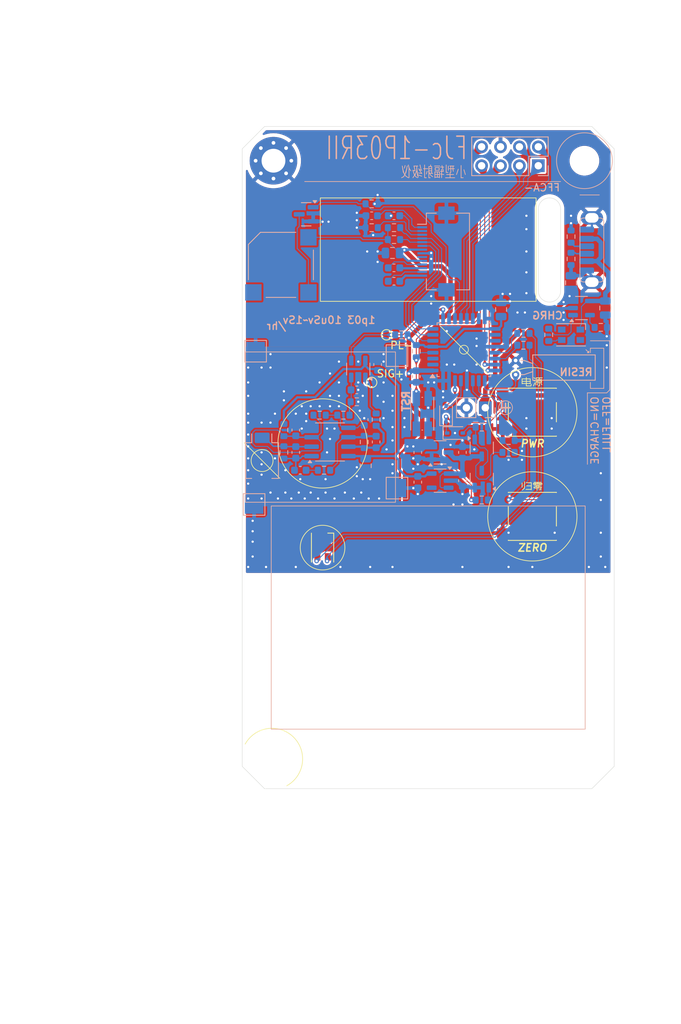
<source format=kicad_pcb>
(kicad_pcb (version 20240108) (generator "pcbnew") (generator_version "8.0")
  (layers (0 "F.Cu" signal) (31 "B.Cu" signal) (34 "B.Paste" user) (35 "F.Paste" user) (36 "B.SilkS" user "B.Silkscreen") (37 "F.SilkS" user "F.Silkscreen") (38 "B.Mask" user) (39 "F.Mask" user) (44 "Edge.Cuts" user))
  (net 0 "")
  (net 1 "GND")
  (net 2 "VCC")
  (net 3 "/SWCLK")
  (net 4 "/SWDIO")
  (net 5 "/BUZZER_EN")
  (net 6 "+BATT")
  (net 7 "Net-(BZ1--)")
  (net 9 "Net-(D4-BK)")
  (net 10 "Net-(D4-GK)")
  (net 11 "/LED_MR")
  (net 12 "/LED_MG")
  (net 13 "Net-(D2-A)")
  (net 14 "Net-(D2-K)")
  (net 15 "/PWR_BTN")
  (net 16 "Net-(Q3-G)")
  (net 17 "/PWR_ON_LATCH")
  (net 18 "/V_DEBUG")
  (net 19 "/BATLV_ADC")
  (net 20 "Net-(J2-Pin_14)")
  (net 21 "Net-(J2-Pin_13)")
  (net 22 "Net-(J2-Pin_1)")
  (net 23 "Net-(J2-Pin_2)")
  (net 24 "Net-(J2-Pin_3)")
  (net 25 "Net-(J2-Pin_12)")
  (net 26 "/SCL_OLED")
  (net 27 "/RST_OLED")
  (net 28 "/SDA_OLED")
  (net 29 "/MCU_NRST")
  (net 30 "Net-(J2-Pin_11)")
  (net 32 "Net-(D1-K)")
  (net 33 "VDDA")
  (net 34 "Net-(U2A-+)")
  (net 35 "Net-(C10-Pad1)")
  (net 36 "Net-(C10-Pad2)")
  (net 37 "Net-(U2B--)")
  (net 38 "Net-(C12-Pad2)")
  (net 39 "Net-(U2B-+)")
  (net 40 "Net-(U3--)")
  (net 41 "Net-(U3-+)")
  (net 43 "/SW_ZERO")
  (net 44 "/Y_OUT")
  (net 45 "/VIBN_OUT")
  (net 46 "Net-(J7-CC2)")
  (net 47 "Net-(J7-CC1)")
  (net 52 "Net-(U5-STDBY)")
  (net 53 "/VBUS")
  (net 56 "Net-(D5-GK)")
  (net 57 "Net-(U5-~{CHRG})")
  (net 58 "/UIO0")
  (net 59 "/UIO3")
  (net 60 "/UIO2")
  (net 61 "/UIO1")
  (footprint "MountingHole:MountingHole_3.5mm" (layer "F.Cu") (at 234 48.6)
    (property "Reference" "H4" (hide yes))
    (property "Value" "MountingHole")
  )
  (footprint "MountingHole:MountingHole_3.2mm_M3_Pad_Via" (layer "F.Cu") (at 192.2 48.6)
    (property "Reference" "H2" (hide yes))
    (property "Value" "M3")
  )
  (footprint "Button_Switch_SMD:SW_SPST_PTS645" (layer "F.Cu") (at 227 96.4)
    (property "Reference" "SW1" (hide yes))
    (property "Value" "ZERO")
  )
  (footprint "MountingHole:MountingHole_3.5mm" (layer "F.Cu") (at 234 129)
    (property "Reference" "H5" (hide yes))
    (property "Value" "MountingHole")
  )
  (footprint "MountingHole:MountingHole_3.5mm" (layer "F.Cu") (at 192 129)
    (property "Reference" "H3" (hide yes))
    (property "Value" "MountingHole")
  )
  (footprint "LED_SMD:LED_Cree-PLCC4_3.2x2.8mm_CCW" (layer "F.Cu") (at 198.8 100.6 -90)
    (property "Reference" "D4" (hide yes))
    (property "Value" "CLV1L-FKB")
  )
  (footprint "Button_Switch_SMD:SW_SPST_PTS645" (layer "F.Cu") (at 227 82.4)
    (property "Reference" "SW3" (hide yes))
    (property "Value" "WAKE")
  )
  (footprint "TestPoint:TestPoint_Pad_D1.0mm" (layer "F.Cu") (at 205.4 78.4)
    (property "Reference" "TP1" (hide yes))
    (property "Value" "TestPoint")
  )
  (footprint "TestPoint:TestPoint_Pad_D1.0mm" (layer "F.Cu") (at 207.4 72)
    (property "Reference" "TP2" (hide yes))
    (property "Value" "TestPoint")
  )
  (footprint "Capacitor_SMD:C_0603_1608Metric" (layer "B.Cu") (at 206.2 76 -90)
    (property "Reference" "C17" (hide yes))
    (property "Value" "0.1uF")
  )
  (footprint "Package_TO_SOT_SMD:SOT-23-5" (layer "B.Cu") (at 214.6 91.6 180)
    (property "Reference" "U4" (hide yes))
    (property "Value" "LP5907MFX-3.0")
  )
  (footprint "Resistor_SMD:R_0603_1608Metric" (layer "B.Cu") (at 211.4 74.2 90)
    (property "Reference" "R4" (hide yes))
    (property "Value" "10k")
  )
  (footprint "Capacitor_SMD:C_0603_1608Metric" (layer "B.Cu") (at 208.4 56 180)
    (property "Reference" "C5" (hide yes))
    (property "Value" "1uF")
  )
  (footprint "Capacitor_SMD:C_0603_1608Metric" (layer "B.Cu") (at 217.6 91.6 -90)
    (property "Reference" "C15" (hide yes))
    (property "Value" "1uF")
  )
  (footprint "Resistor_SMD:R_0603_1608Metric" (layer "B.Cu") (at 232.2 58.8 -90)
    (property "Reference" "R22" (hide yes))
    (property "Value" "5.1k")
  )
  (footprint "Capacitor_SMD:C_0603_1608Metric" (layer "B.Cu") (at 211.4 77.6 90)
    (property "Reference" "C1" (hide yes))
    (property "Value" "0.1uF")
  )
  (footprint "Resistor_SMD:R_0603_1608Metric" (layer "B.Cu") (at 225.8 73.4 180)
    (property "Reference" "R13" (hide yes))
    (property "Value" "100")
  )
  (footprint "Capacitor_SMD:C_0805_2012Metric" (layer "B.Cu") (at 222.8 68.6 90)
    (property "Reference" "C2" (hide yes))
    (property "Value" "10uF")
  )
  (footprint "OptoDevice:Osram_BPW34S-SMD" (layer "B.Cu") (at 190.67 88.9 -90)
    (property "Reference" "D1" (hide yes))
    (property "Value" "BPW34-SMD")
  )
  (footprint "Package_TO_SOT_SMD:SOT-23" (layer "B.Cu") (at 196.6 55.8 180)
    (property "Reference" "Q5" (hide yes))
    (property "Value" "AO3400A")
  )
  (footprint "Resistor_SMD:R_0603_1608Metric" (layer "B.Cu") (at 205.4 57.6 180)
    (property "Reference" "R7" (hide yes))
    (property "Value" "510k")
  )
  (footprint "Resistor_SMD:R_0603_1608Metric" (layer "B.Cu") (at 204.4 86.4 -90)
    (property "Reference" "R15" (hide yes))
    (property "Value" "100k")
  )
  (footprint "Resistor_SMD:R_0603_1608Metric" (layer "B.Cu") (at 229.2 72 -90)
    (property "Reference" "R25" (hide yes))
    (property "Value" "10k")
  )
  (footprint "Resistor_SMD:R_0603_1608Metric" (layer "B.Cu") (at 199 90.2)
    (property "Reference" "R12" (hide yes))
    (property "Value" "1k")
  )
  (footprint "Capacitor_SMD:C_0603_1608Metric" (layer "B.Cu") (at 205.4 56 180)
    (property "Reference" "C4" (hide yes))
    (property "Value" "1uF")
  )
  (footprint "Capacitor_SMD:C_0603_1608Metric" (layer "B.Cu") (at 206 86.4 -90)
    (property "Reference" "C12" (hide yes))
    (property "Value" "100pF")
  )
  (footprint "Resistor_SMD:R_0603_1608Metric" (layer "B.Cu") (at 220.2 84.4)
    (property "Reference" "R1" (hide yes))
    (property "Value" "100")
  )
  (footprint "Capacitor_SMD:C_0603_1608Metric" (layer "B.Cu") (at 203.4 79.4)
    (property "Reference" "C14" (hide yes))
    (property "Value" "1uF")
  )
  (footprint "Capacitor_SMD:C_0603_1608Metric" (layer "B.Cu") (at 211.6 91.8 -90)
    (property "Reference" "C16" (hide yes))
    (property "Value" "1uF")
  )
  (footprint "Package_SO:SOIC-8_3.9x4.9mm_P1.27mm" (layer "B.Cu") (at 199.8 86.4)
    (property "Reference" "U2" (hide yes))
    (property "Value" "LM358")
  )
  (footprint "Resistor_SMD:R_0603_1608Metric" (layer "B.Cu") (at 205.4 54.4 180)
    (property "Reference" "R20" (hide yes))
    (property "Value" "10k")
  )
  (footprint "Diode_SMD:D_SOD-323" (layer "B.Cu") (at 215.4 82.6 90)
    (property "Reference" "D3" (hide yes))
    (property "Value" "1N4148WS")
  )
  (footprint "RPRP_neo:BTN_OVAL_4.2x3.2x2.5" (layer "B.Cu") (at 212.2 82.6 -90)
    (property "Reference" "SW2" (hide yes))
    (property "Value" "SW_SPST")
  )
  (footprint "Capacitor_SMD:C_0603_1608Metric" (layer "B.Cu") (at 208.4 63 180)
    (property "Reference" "C7" (hide yes))
    (property "Value" "1uF")
  )
  (footprint "Capacitor_SMD:C_0603_1608Metric" (layer "B.Cu") (at 195.2 84.8 90)
    (property "Reference" "C9" (hide yes))
    (property "Value" "1uF")
  )
  (footprint "Resistor_SMD:R_0603_1608Metric" (layer "B.Cu") (at 203.4 81)
    (property "Reference" "R17" (hide yes))
    (property "Value" "100k")
  )
  (footprint "TestPoint:TestPoint_Pad_2.5x2.5mm" (layer "B.Cu") (at 208.8 92.6 180)
    (property "Reference" "J1" (hide yes))
    (property "Value" "Conn_01x01")
  )
  (footprint "Package_TO_SOT_SMD:SOT-23-5" (layer "B.Cu") (at 203.6 76.6 90)
    (property "Reference" "U3" (hide yes))
    (property "Value" "LMV331")
  )
  (footprint "RPRP_neo:USB_C_top_6pin" (layer "B.Cu") (at 234.8 60.6 90)
    (property "Reference" "J7" (hide yes))
    (property "Value" "USB_C_Receptacle_PowerOnly_6P")
  )
  (footprint "Resistor_SMD:R_0603_1608Metric" (layer "B.Cu") (at 232.2 61.8 90)
    (property "Reference" "R23" (hide yes))
    (property "Value" "5.1k")
  )
  (footprint "Resistor_SMD:R_0603_1608Metric" (layer "B.Cu") (at 193.6 87.8 90)
    (property "Reference" "R3" (hide yes))
    (property "Value" "10Meg")
  )
  (footprint "Capacitor_SMD:C_0603_1608Metric" (layer "B.Cu") (at 195.8 90.2)
    (property "Reference" "C10" (hide yes))
    (property "Value" "100nF")
  )
  (footprint "Connector_FFC-FPC:Hirose_FH12-14S-0.5SH_1x14-1MP_P0.50mm_Horizontal" (layer "B.Cu") (at 214.05 60.8 -90)
    (property "Reference" "J2" (hide yes))
    (property "Value" "Conn_01x14_MountingPin")
  )
  (footprint "Resistor_SMD:R_0603_1608Metric" (layer "B.Cu") (at 209.4 72)
    (property "Reference" "R19" (hide yes))
    (property "Value" "10k")
  )
  (footprint "Capacitor_SMD:C_0603_1608Metric" (layer "B.Cu") (at 208.4 64.8 180)
    (property "Reference" "C6" (hide yes))
    (property "Value" "1uF")
  )
  (footprint "Diode_SMD:D_SOD-323" (layer "B.Cu") (at 216.6 85.2)
    (property "Reference" "D2" (hide yes))
    (property "Value" "1N4148WS")
  )
  (footprint "Capacitor_SMD:C_0603_1608Metric" (layer "B.Cu") (at 204.4 83.4 90)
    (property "Reference" "C13" (hide yes))
    (property "Value" "1uF")
  )
  (footprint "Crystal:Crystal_C38-LF_D3.0mm_L8.0mm_Horizontal" (layer "B.Cu") (at 224.75 75.45 -90)
    (property "Reference" "Y1" (hide yes))
    (property "Value" "VIB")
  )
  (footprint "TestPoint:TestPoint_Pad_2.5x2.5mm" (layer "B.Cu") (at 189.6 94.8 180)
    (property "Reference" "J4" (hide yes))
    (property "Value" "Conn_01x01")
  )
  (footprint "Capacitor_SMD:C_0805_2012Metric" (layer "B.Cu") (at 236.8 68.4 -90)
    (property "Reference" "C20" (hide yes))
    (property "Value" "10uF")
  )
  (footprint "Resistor_SMD:R_0603_1608Metric" (layer "B.Cu") (at 201.6 82.8)
    (property "Reference" "R16" (hide yes))
    (property "Value" "10k")
  )
  (footprint "Package_TO_SOT_SMD:SOT-23-3" (layer "B.Cu") (at 214.6 87.8)
    (property "Reference" "U6" (hide yes))
    (property "Value" "XC6206PxxxMR")
  )
  (footprint "Resistor_SMD:R_0603_1608Metric" (layer "B.Cu") (at 220.2 94.2 180)
    (property "Reference" "R2" (hide yes))
    (property "Value" "10k")
  )
  (footprint "Resistor_SMD:R_0603_1608Metric" (layer "B.Cu") (at 223.8 87.8)
    (property "Reference" "R5" (hide yes))
    (property "Value" "10k")
  )
  (footprint "TestPoint:TestPoint_Pad_2.5x2.5mm" (layer "B.Cu") (at 189.8 74.2 180)
    (property "Reference" "J5" (hide yes))
    (property "Value" "Conn_01x01")
  )
  (footprint "Package_QFP:LQFP-32_7x7mm_P0.8mm" (layer "B.Cu") (at 217.8 74)
    (property "Reference" "U7" (hide yes))
    (property "Value" "STM32F030K6Tx")
  )
  (footprint "Capacitor_SMD:C_0603_1608Metric" (layer "B.Cu") (at 217.6 87.8 90)
    (property "Reference" "C19" (hide yes))
    (property "Value" "1uF")
  )
  (footprint "Capacitor_SMD:C_0805_2012Metric" (layer "B.Cu") (at 232.2 65 90)
    (property "Reference" "C21" (hide yes))
    (property "Value" "10uF")
  )
  (footprint "Package_TO_SOT_SMD:SOT-23-3" (layer "B.Cu") (at 220.2 91.4 90)
    (property "Reference" "Q3" (hide yes))
    (property "Value" "2N7002")
  )
  (footprint "Buzzer_Beeper:MagneticBuzzer_Kobitone_254-EMB84Q-RO" (layer "B.Cu") (at 193.2 62.6 180)
    (property "Reference" "BZ1" (hide yes))
    (property "Value" "Buzzer")
  )
  (footprint "Package_TO_SOT_SMD:TSOT-23-5" (layer "B.Cu") (at 233.6 68.4)
    (property "Reference" "U5" (hide yes))
    (property "Value" "LGS4084H")
  )
  (footprint "Capacitor_SMD:C_0805_2012Metric" (layer "B.Cu") (at 208.2 61 180)
    (property "Reference" "C8" (hide yes))
    (property "Value" "10uF")
  )
  (footprint "Resistor_SMD:R_0603_1608Metric" (layer "B.Cu") (at 223.8 86.2)
    (property "Reference" "R6" (hide yes))
    (property "Value" "10k")
  )
  (footprint "Resistor_SMD:R_0603_1608Metric" (layer "B.Cu") (at 198.4 82.8)
    (property "Reference" "R11" (hide yes))
    (property "Value" "100k")
  )
  (footprint "Resistor_SMD:R_0603_1608Metric" (layer "B.Cu") (at 193.6 84.8 -90)
    (property "Reference" "R10" (hide yes))
    (property "Value" "10k")
  )
  (footprint "Resistor_SMD:R_0603_1608Metric" (layer "B.Cu") (at 206 83.4 90)
    (property "Reference" "R18" (hide yes))
    (property "Value" "1k")
  )
  (footprint "Connector_PinHeader_2.54mm:PinHeader_2x04_P2.54mm_Vertical" (layer "B.Cu") (at 227.8 49.275 90)
    (property "Reference" "J6" (hide yes))
    (property "Value" "Conn_02x04_Odd_Even")
  )
  (footprint "Package_TO_SOT_SMD:SOT-23-3" (layer "B.Cu") (at 220.2 87.2 -90)
    (property "Reference" "Q2" (hide yes))
    (property "Value" "AO3401A")
  )
  (footprint "Resistor_SMD:R_0603_1608Metric" (layer "B.Cu") (at 208.4 57.6)
    (property "Reference" "R9" (hide yes))
    (property "Value" "10k")
  )
  (footprint "Resistor_SMD:R_0603_1608Metric" (layer "B.Cu") (at 225.8 71.8 180)
    (property "Reference" "R14" (hide yes))
    (property "Value" "100")
  )
  (footprint "TestPoint:TestPoint_Pad_2.5x2.5mm" (layer "B.Cu") (at 208.8 74.8 180)
    (property "Reference" "J3" (hide yes))
    (property "Value" "Conn_01x01")
  )
  (footprint "Resistor_SMD:R_0603_1608Metric" (layer "B.Cu") (at 236.2 71 180)
    (property "Reference" "R24" (hide yes))
    (property "Value" "2.2k")
  )
  (footprint "Capacitor_SMD:C_0603_1608Metric" (layer "B.Cu") (at 195.2 87.8 -90)
    (property "Reference" "C3" (hide yes))
    (property "Value" "1pF")
  )
  (footprint "Capacitor_SMD:C_0805_2012Metric" (layer "B.Cu") (at 204.6 89.6 -90)
    (property "Reference" "C11" (hide yes))
    (property "Value" "10uF")
  )
  (footprint "LED_SMD:LED_Cree-PLCC4_3.2x2.8mm_CCW" (layer "B.Cu") (at 232.2 72 180)
    (property "Reference" "D5" (hide yes))
    (property "Value" "CLV1L-FKB")
  )
  (footprint "Capacitor_SMD:C_0603_1608Metric" (layer "B.Cu") (at 211.6 87.8 -90)
    (property "Reference" "C18" (hide yes))
    (property "Value" "1uF")
  )
  (footprint "Connector_PinHeader_2.54mm:PinHeader_1x02_P2.54mm_Vertical" (layer "B.Cu") (at 220.675 81.8 90)
    (property "Reference" "BT2" (hide yes))
    (property "Value" "Li")
  )
  (footprint "Resistor_SMD:R_0603_1608Metric" (layer "B.Cu") (at 208.4 59.2)
    (property "Reference" "R8" (hide yes))
    (property "Value" "10k")
  )
  (gr_rect (start 191.9 95) (end 234.1 125) (stroke (width 0.1)) (fill none) (layer "B.SilkS"))
  (gr_line (start 234.8 74.4) (end 234.8 73.8) (stroke (width 0.1)) (layer "B.SilkS"))
  (gr_circle (center 234 48.6) (end 237.75 48.6) (stroke (width 0.1)) (fill none) (layer "B.SilkS"))
  (gr_line (start 223.4 82.4) (end 223.4 81.2) (stroke (width 0.2)) (layer "B.SilkS"))
  (gr_line (start 234.6 74.4) (end 234.4 74.4) (stroke (width 0.1)) (layer "B.SilkS"))
  (gr_line (start 237.4 79.4) (end 237 79.8) (stroke (width 0.1)) (layer "B.SilkS"))
  (gr_line (start 234.4 79.8) (end 234.4 89.4) (stroke (width 0.1)) (layer "B.SilkS"))
  (gr_line (start 234.8 73.8) (end 236.6 73.8) (stroke (width 0.1)) (layer "B.SilkS"))
  (gr_line (start 196.4 51.4) (end 230.8 51.4) (stroke (width 0.1)) (layer "B.SilkS"))
  (gr_line (start 234.8 72.8) (end 237.4 72.8) (stroke (width 0.1)) (layer "B.SilkS"))
  (gr_rect (start 188.42 74.3) (end 208.6 94.5) (stroke (width 0.1)) (fill none) (layer "B.SilkS"))
  (gr_line (start 237 79.8) (end 234.4 79.8) (stroke (width 0.1)) (layer "B.SilkS"))
  (gr_line (start 234.6 74.2) (end 234.6 74.4) (stroke (width 0.1)) (layer "B.SilkS"))
  (gr_line (start 234.4 74.4) (end 234.6 74.2) (stroke (width 0.1)) (layer "B.SilkS"))
  (gr_line (start 233.4 53.2) (end 236 53.2) (stroke (width 0.1)) (layer "B.SilkS"))
  (gr_circle (center 223.4 81.8) (end 222.475 81.8) (stroke (width 0.1)) (fill none) (layer "B.SilkS"))
  (gr_line (start 236.6 79.2) (end 234.8 79.2) (stroke (width 0.1)) (layer "B.SilkS"))
  (gr_line (start 222.8 81.8) (end 224 81.8) (stroke (width 0.2)) (layer "B.SilkS"))
  (gr_line (start 234.2 74) (end 234.6 74.4) (stroke (width 0.1)) (layer "B.SilkS"))
  (gr_line (start 236.6 73.8) (end 236.6 79.2) (stroke (width 0.1)) (layer "B.SilkS"))
  (gr_line (start 237.4 72.8) (end 237.4 79.4) (stroke (width 0.1)) (layer "B.SilkS"))
  (gr_line (start 234.8 79.2) (end 234.8 78.4) (stroke (width 0.1)) (layer "B.SilkS"))
  (gr_circle (center 227 96.4) (end 221 96.4) (stroke (width 0.1)) (fill none) (layer "F.SilkS"))
  (gr_circle (center 190.67 88.9) (end 189.2 88.8) (stroke (width 0.1)) (fill none) (layer "F.SilkS"))
  (gr_circle (center 198.8 86.6) (end 192.8 86.6) (stroke (width 0.1)) (fill none) (layer "F.SilkS"))
  (gr_circle (center 198.8 100.6) (end 195.8 100.6) (stroke (width 0.1)) (fill none) (layer "F.SilkS"))
  (gr_circle (center 227 82.4) (end 221 82.4) (stroke (width 0.1)) (fill none) (layer "F.SilkS"))
  (gr_line (start 188.27 86.5) (end 193.07 91.3) (stroke (width 0.1)) (layer "F.SilkS"))
  (gr_line (start 214.6 70.8) (end 221 77.2) (stroke (width 0.1)) (layer "F.SilkS"))
  (gr_arc (start 188.4 127) (mid 194.912044 126.087956) (end 194 132.6) (stroke (width 0.1)) (layer "F.SilkS"))
  (gr_circle (center 217.8 74) (end 217.2 74) (stroke (width 0.1)) (fill none) (layer "F.SilkS"))
  (gr_rect (start 198.5 53.6) (end 227.5 67.5) (stroke (width 0.1)) (fill none) (layer "F.SilkS"))
  (gr_arc (start 229.3 53.6) (mid 230.36066 54.03934) (end 230.8 55.1) (stroke (width 0.05)) (layer "Edge.Cuts"))
  (gr_line (start 188 47) (end 188 130) (stroke (width 0.05)) (layer "Edge.Cuts"))
  (gr_line (start 238 130) (end 235 133) (stroke (width 0.05)) (layer "Edge.Cuts"))
  (gr_line (start 191 133) (end 235 133) (stroke (width 0.05)) (layer "Edge.Cuts"))
  (gr_line (start 188 130) (end 191 133) (stroke (width 0.05)) (layer "Edge.Cuts"))
  (gr_line (start 191 44) (end 235 44) (stroke (width 0.05)) (layer "Edge.Cuts"))
  (gr_line (start 230.8 55.1) (end 230.8 66.1) (stroke (width 0.05)) (layer "Edge.Cuts"))
  (gr_arc (start 229.3 67.6) (mid 228.23934 67.16066) (end 227.8 66.1) (stroke (width 0.05)) (layer "Edge.Cuts"))
  (gr_arc (start 227.8 55.1) (mid 228.23934 54.03934) (end 229.3 53.6) (stroke (width 0.05)) (layer "Edge.Cuts"))
  (gr_line (start 235 44) (end 238 47) (stroke (width 0.05)) (layer "Edge.Cuts"))
  (gr_line (start 227.8 66.1) (end 227.8 55.1) (stroke (width 0.05)) (layer "Edge.Cuts"))
  (gr_line (start 191 44) (end 188 47) (stroke (width 0.05)) (layer "Edge.Cuts"))
  (gr_line (start 238 47) (end 238 130) (stroke (width 0.05)) (layer "Edge.Cuts"))
  (gr_arc (start 230.8 66.1) (mid 230.36066 67.16066) (end 229.3 67.6) (stroke (width 0.05)) (layer "Edge.Cuts"))
  (gr_text "/hr" (at 194 71.4 0) (layer "B.SilkS") (effects (font (size 1 1) (thickness 0.18) (bold yes)) (justify left bottom mirror)))
  (gr_text "RST" (at 210.6 79.4 90) (layer "B.SilkS") (effects (font (size 1 1) (thickness 0.25) (bold yes)) (justify left bottom mirror)))
  (gr_text "FJc-1P03RII" (at 218.4 48.675 0) (layer "B.SilkS") (effects (font (size 3 2) (thickness 0.2)) (justify left bottom mirror)))
  (gr_text "ON=CHARGE\nOFF=FULL" (at 237.6 80.2 90) (layer "B.SilkS") (effects (font (size 1 1)) (justify left bottom mirror)))
  (gr_text "1p03 10uSv~1Sv" (at 206 70.6 0) (layer "B.SilkS") (effects (font (size 1 1) (thickness 0.18) (bold yes)) (justify left bottom mirror)))
  (gr_text "CHRG" (at 231.2 70 0) (layer "B.SilkS") (effects (font (size 1 1) (thickness 0.2) (bold yes)) (justify left bottom mirror)))
  (gr_text "小型辐射级仪" (at 218.2 51.075 0) (layer "B.SilkS") (effects (font (size 1.5 1) (thickness 0.1)) (justify left bottom mirror)))
  (gr_text "FFCA-" (at 230.8 52.8 0) (layer "B.SilkS") (effects (font (size 1 1)) (justify left bottom mirror)))
  (gr_text "RESIN\n" (at 235.2 77.6 0) (layer "B.SilkS") (effects (font (size 1 1) (thickness 0.2) (bold yes)) (justify left bottom mirror)))
  (gr_text "电源" (at 227 79 0) (layer "F.SilkS") (effects (font (size 1 1) (thickness 0.1)) (justify bottom)))
  (gr_text "SIG+\n" (at 206 77.8 0) (layer "F.SilkS") (effects (font (size 1 1)) (justify left bottom)))
  (gr_text "ZERO" (at 227 101.2 0) (layer "F.SilkS") (effects (font (size 1 1) (thickness 0.2) (bold yes) (italic yes)) (justify bottom)))
  (gr_text "归零" (at 227 93 0) (layer "F.SilkS") (effects (font (size 1 1) (thickness 0.1)) (justify bottom)))
  (gr_text "PWR" (at 227 87.2 0) (layer "F.SilkS") (effects (font (size 1 1) (thickness 0.2) (italic yes)) (justify bottom)))
  (gr_text "PL-\n" (at 207.8 74 0) (layer "F.SilkS") (effects (font (size 1 1)) (justify left bottom)))
  (segment (start 223.85 98.65) (end 229.95 98.65) (width 0.12) (layer "F.Cu") (net 1))
  (segment (start 230.05 98.65) (end 230.98 98.65) (width 0.12) (layer "F.Cu") (net 1))
  (segment (start 229.95 98.65) (end 230 98.6) (width 0.12) (layer "F.Cu") (net 1))
  (segment (start 223.02 98.65) (end 223.75 98.65) (width 0.12) (layer "F.Cu") (net 1))
  (segment (start 223.75 98.65) (end 223.8 98.6) (width 0.12) (layer "F.Cu") (net 1))
  (segment (start 230 98.6) (end 230.05 98.65) (width 0.12) (layer "F.Cu") (net 1))
  (segment (start 223.8 98.6) (end 223.85 98.65) (width 0.12) (layer "F.Cu") (net 1))
  (via (at 203.4 91) (size 0.6) (drill 0.3) (layers "F.Cu" "B.Cu") (net 1))
  (via (at 219.5 72.5) (size 0.6) (drill 0.3) (layers "F.Cu" "B.Cu") (net 1))
  (via (at 208.2 90.6) (size 0.6) (drill 0.3) (layers "F.Cu" "B.Cu") (net 1))
  (via (at 203.4 55.6) (size 0.6) (drill 0.3) (layers "F.Cu" "B.Cu") (net 1))
  (via (at 236.2 90.6) (size 0.6) (drill 0.3) (layers "F.Cu" "B.Cu") (net 1))
  (via (at 226.2 66.4) (size 0.6) (drill 0.3) (layers "F.Cu" "B.Cu") (net 1))
  (via (at 198.4 81.6) (size 0.6) (drill 0.3) (layers "F.Cu" "B.Cu") (net 1))
  (via (at 188.8 103.2) (size 0.6) (drill 0.3) (layers "F.Cu" "B.Cu") (net 1))
  (via (at 216.5 76) (size 0.6) (drill 0.3) (layers "F.Cu" "B.Cu") (net 1))
  (via (at 232.2 56) (size 0.6) (drill 0.3) (layers "F.Cu" "B.Cu") (net 1))
  (via (at 204.4 83.2) (size 0.6) (drill 0.3) (layers "F.Cu" "B.Cu") (net 1))
  (via (at 193.6 80.8) (size 0.6) (drill 0.3) (layers "F.Cu" "B.Cu") (net 1))
  (via (at 226.2 60.8) (size 0.6) (drill 0.3) (layers "F.Cu" "B.Cu") (net 1))
  (via (at 203.6 75.6) (size 0.6) (drill 0.3) (layers "F.Cu" "B.Cu") (net 1))
  (via (at 205.6 58.6) (size 0.6) (drill 0.3) (layers "F.Cu" "B.Cu") (net 1))
  (via (at 211 88.6) (size 0.6) (drill 0.3) (layers "F.Cu" "B.Cu") (net 1))
  (via (at 195.8 91.4) (size 0.6) (drill 0.3) (layers "F.Cu" "B.Cu") (net 1))
  (via (at 209.8 84.4) (size 0.6) (drill 0.3) (layers "F.Cu" "B.Cu") (net 1))
  (via (at 204.8 60.8) (size 0.6) (drill 0.3) (layers "F.Cu" "B.Cu") (net 1))
  (via (at 199.4 84.6) (size 0.6) (drill 0.3) (layers "F.Cu" "B.Cu") (net 1))
  (via (at 199.2 91.4) (size 0.6) (drill 0.3) (layers "F.Cu" "B.Cu") (net 1))
  (via (at 201 80.2) (size 0.6) (drill 0.3) (layers "F.Cu" "B.Cu") (net 1))
  (via (at 216.4 94.8) (size 0.6) (drill 0.3) (layers "F.Cu" "B.Cu") (net 1))
  (via (at 224 66.5) (size 0.6) (drill 0.3) (layers "F.Cu" "B.Cu") (net 1))
  (via (at 188.8 76.4) (size 0.6) (drill 0.3) (layers "F.Cu" "B.Cu") (net 1))
  (via (at 207 75.6) (size 0.6) (drill 0.3) (layers "F.Cu" "B.Cu") (net 1))
  (via (at 192.8 94) (size 0.6) (drill 0.3) (layers "F.Cu" "B.Cu") (net 1))
  (via (at 215.5 71.5) (size 0.6) (drill 0.3) (layers "F.Cu" "B.Cu") (net 1))
  (via (at 188.8 85.4) (size 0.6) (drill 0.3) (layers "F.Cu" "B.Cu") (net 1))
  (via (at 205.2 91.4) (size 0.6) (drill 0.3) (layers "F.Cu" "B.Cu") (net 1))
  (via (at 198.4 78.4) (size 0.6) (drill 0.3) (layers "F.Cu" "B.Cu") (net 1))
  (via (at 196 84.6) (size 0.6) (drill 0.3) (layers "F.Cu" "B.Cu") (net 1))
  (via (at 204.2 80.2) (size 0.6) (drill 0.3) (layers "F.Cu" "B.Cu") (net 1))
  (via (at 196 81.6) (size 0.6) (drill 0.3) (layers "F.Cu" "B.Cu") (net 1))
  (via (at 214.8 89.4) (size 0.6) (drill 0.3) (layers "F.Cu" "B.Cu") (net 1))
  (via (at 204 93.2) (size 0.6) (drill 0.3) (layers "F.Cu" "B.Cu") (net 1))
  (via (at 208.2 103.2) (size 0.6) (drill 0.3) (layers "F.Cu" "B.Cu") (net 1))
  (via (at 203.8 82.2) (size 0.6) (drill 0.3) (layers "F.Cu" "B.Cu") (net 1))
  (via (at 206.2 80.2) (size 0.6) (drill 0.3) (layers "F.Cu" "B.Cu") (net 1))
  (via (at 203.6 79.4) (size 0.6) (drill 0.3) (layers "F.Cu" "B.Cu") (net 1))
  (via (at 206.2 60.8) (size 0.6) (drill 0.3) (layers "F.Cu" "B.Cu") (net 1))
  (via (at 209.8 83.2) (size 0.6) (drill 0.3) (layers "F.Cu" "B.Cu") (net 1))
  (via (at 199.8 77.2) (size 0.6) (drill 0.3) (layers "F.Cu" "B.Cu") (net 1))
  (via (at 205.2 103.2) (size 0.6) (drill 0.3) (layers "F.Cu" "B.Cu") (net 1))
  (via (at 198.8 56.8) (size 0.6) (drill 0.3) (layers "F.Cu" "B.Cu") (net 1))
  (via (at 199.8 80.2) (size 0.6) (drill 0.3) (layers "F.Cu" "B.Cu") (net 1))
  (via (at 232.2 57) (size 0.6) (drill 0.3) (layers "F.Cu" "B.Cu") (net 1))
  (via (at 223.8 98.6) (size 0.6) (drill 0.3) (layers "F.Cu" "B.Cu") (net 1))
  (via (at 213.8 78.4) (size 0.6) (drill 0.3) (layers "F.Cu" "B.Cu") (net 1))
  (via (at 216.6 85.2) (size 0.6) (drill 0.3) (layers "F.Cu" "B.Cu") (net 1))
  (via (at 201 81.6) (size 0.6) (drill 0.3) (layers "F.Cu" "B.Cu") (net 1))
  (via (at 234.6 103.2) (size 0.6) (drill 0.3) (layers "F.Cu" "B.Cu") (net 1))
  (via (at 195.2 82.6) (size 0.6) (drill 0.3) (layers "F.Cu" "B.Cu") (net 1))
  (via (at 213 81.8) (size 0.6) (drill 0.3) (layers "F.Cu" "B.Cu") (net 1))
  (via (at 199.8 86) (size 0.6) (drill 0.3) (layers "F.Cu" "B.Cu") (net 1))
  (via (at 188.8 82.6) (size 0.6) (drill 0.3) (layers "F.Cu" "B.Cu") (net 1))
  (via (at 217.6 86.2) (size 0.6) (drill 0.3) (layers "F.Cu" "B.Cu") (net 1))
  (via (at 206.2 53.2) (size 0.6) (drill 0.3) (layers "F.Cu" "B.Cu") (net 1))
  (via (at 208.2 84.4) (size 0.6) (drill 0.3) (layers "F.Cu" "B.Cu") (net 1))
  (via (at 205 94) (size 0.6) (drill 0.3) (layers "F.Cu" "B.Cu") (net 1))
  (via (at 223.8 103.2) (size 0.6) (drill 0.3) (layers "F.Cu" "B.Cu") (net 1))
  (via (at 215 79.6) (size 0.6) (drill 0.3) (layers "F.Cu" "B.Cu") (net 1))
  (via (at 204.2 91.4) (size 0.6) (drill 0.3) (layers "F.Cu" "B.Cu") (net 1))
  (via (at 188.8 94) (size 0.6) (drill 0.3) (layers "F.Cu" "B.Cu") (net 1))
  (via (at 216 86.8) (size 0.6) (drill 0.3) (layers "F.Cu" "B.Cu") (net 1))
  (via (at 207 74.6) (size 0.6) (drill 0.3) (layers "F.Cu" "B.Cu") (net 1))
  (via (at 226.2 56) (size 0.6) (drill 0.3) (layers "F.Cu" "B.Cu") (net 1))
  (via (at 191.8 93.2) (size 0.6) (drill 0.3) (layers "F.Cu" "B.Cu") (net 1))
  (via (at 193.8 93.2) (size 0.6) (drill 0.3) (layers "F.Cu" "B.Cu") (net 1))
  (via (at 208.2 82.2) (size 0.6) (drill 0.3) (layers "F.Cu" "B.Cu") (net 1))
  (via (at 191.2 103.2) (size 0.6) (drill 0.3) (layers "F.Cu" "B.Cu") (net 1))
  (via (at 196.6 83.6) (size 0.6) (drill 0.3) (layers "F.Cu" "B.Cu") (net 1))
  (via (at 229.6 83.2) (size 0.6) (drill 0.3) (layers "F.Cu" "B.Cu") (net 1))
  (via (at 200.4 94) (size 0.6) (drill 0.3) (layers "F.Cu" "B.Cu") (net 1))
  (via (at 236.2 94.2) (size 0.6) (drill 0.3) (layers "F.Cu" "B.Cu") (net 1))
  (via (at 203.4 56.6) (size 0.6) (drill 0.3) (layers "F.Cu" "B.Cu") (net 1))
  (via (at 207 78.4) (size 0.6) (drill 0.3) (layers "F.Cu" "B.Cu") (net 1))
  (via (at 203.6 78.4) (size 0.6) (drill 0.3) (layers "F.Cu" "B.Cu") (net 1))
  (via (at 191.8 76.4) (size 0.6) (drill 0.3) (layers "F.Cu" "B.Cu") (net 1))
  (via (at 230 98.6) (size 0.6) (drill 0.3) (layers "F.Cu" "B.Cu") (net 1))
  (via (at 231.2 69) (size 0.6) (drill 0.3) (layers "F.Cu" "B.Cu") (net 1))
  (via (at 213.4 61) (size 0.6) (drill 0.3) (layers "F.Cu" "B.Cu") (net 1))
  (via (at 227 103.2) (size 0.6) (drill 0.3) (layers "F.Cu" "B.Cu") (net 1))
  (via (at 188.8 78.4) (size 0.6) (drill 0.3) (layers "F.Cu" "B.Cu") (net 1))
  (via (at 211 92.6) (size 0.6) (drill 0.3) (layers "F.Cu" "B.Cu") (net 1))
  (via (at 219.5 76) (size 0.6) (drill 0.3) (layers "F.Cu" "B.Cu") (net 1))
  (via (at 196.4 94) (size 0.6) (drill 0.3) (layers "F.Cu" "B.Cu") (net 1))
  (via (at 203.4 57.6) (size 0.6) (drill 0.3) (layers "F.Cu" "B.Cu") (net 1))
  (via (at 199.4 87.8) (size 0.6) (drill 0.3) (layers "F.Cu" "B.Cu") (net 1))
  (via (at 213.4 67.8) (size 0.6) (drill 0.3) (layers "F.Cu" "B.Cu") (net 1))
  (via (at 192.4 88.6) (size 0.6) (drill 0.3) (layers "F.Cu" "B.Cu") (net 1))
  (via (at 189.4 97) (size 0.6) (drill 0.3) (layers "F.Cu" "B.Cu") (net 1))
  (via (at 236.2 101.8) (size 0.6) (drill 0.3) (layers "F.Cu" "B.Cu") (net 1))
  (via (at 213 78.4) (size 0.6) (drill 0.3) (layers "F.Cu" "B.Cu") (net 1))
  (via (at 224 67.5) (size 0.6) (drill 0.3) (layers "F.Cu" "B.Cu") (net 1))
  (via (at 195.6 93.2) (size 0.6) (drill 0.3) (layers "F.Cu" "B.Cu") (net 1))
  (via (at 199.6 56.8) (size 0.6) (drill 0.3) (layers "F.Cu" "B.Cu") (net 1))
  (via (at 200.4 84.6) (size 0.6) (drill 0.3) (layers "F.Cu" "B.Cu") (net 1))
  (via (at 189.4 99.8) (size 0.6) (drill 0.3) (layers "F.Cu" "B.Cu") (net 1))
  (via (at 237 73.4) (size 0.6) (drill 0.3) (layers "F.Cu" "B.Cu") (net 1))
  (via (at 188.8 83.8) (size 0.6) (drill 0.3) (layers "F.Cu" "B.Cu") (net 1))
  (via (at 225.6 88.8) (size 0.6) (drill 0.3) (layers "F.Cu" "B.Cu") (net 1))
  (via (at 193.8 90.2) (size 0.6) (drill 0.3) (layers "F.Cu" "B.Cu") (net 1))
  (via (at 194.6 94) (size 0.6) (drill 0.3) (layers "F.Cu" "B.Cu") (net 1))
  (via (at 226.2 83.2) (size 0.6) (drill 0.3) (layers "F.Cu" "B.Cu") (net 1))
  (via (at 229.6 84.6) (size 0.6) (drill 0.3) (layers "F.Cu" "B.Cu") (net 1))
  (via (at 189.4 101.8) (size 0.6) (drill 0.3) (layers "F.Cu" "B.Cu") (net 1))
  (via (at 198.2 94) (size 0.6) (drill 0.3) (layers "F.Cu" "B.Cu") (net 1))
  (via (at 190.6 83.8) (size 0.6) (drill 0.3) (layers "F.Cu" "B.Cu") (net 1))
  (via (at 236.8 103.2) (size 0.6) (drill 0.3) (layers "F.Cu" "B.Cu") (net 1))
  (via (at 193.6 79.6) (size 0.6) (drill 0.3) (layers "F.Cu" "B.Cu") (net 1))
  (via (at 203.6 81) (size 0.6) (drill 0.3) (layers "F.Cu" "B.Cu") (net 1))
  (via (at 213.4 66.8) (size 0.6) (drill 0.3) (layers "F.Cu" "B.Cu") (net 1))
  (via (at 188.8 87) (size 0.6) (drill 0.3) (layers "F.Cu" "B.Cu") (net 1))
  (via (at 189.4 98.4) (size 0.6) (drill 0.3) (layers "F.Cu" "B.Cu") (net 1))
  (via (at 207 83.2) (size 0.6) (drill 0.3) (layers "F.Cu" "B.Cu") (net 1))
  (via (at 206.4 94) (size 0.6) (drill 0.3) (layers "F.Cu" "B.Cu") (net 1))
  (via (at 208.2 89.4) (size 0.6) (drill 0.3) (layers "F.Cu" "B.Cu") (net 1))
  (via (at 215.5 76) (size 0.6) (drill 0.3) (layers "F.Cu" "B.Cu") (net 1))
  (via (at 199.8 81.6) (size 0.6) (drill 0.3) (layers "F.Cu" "B.Cu") (net 1))
  (via (at 207 81) (size 0.6) (drill 0.3) (layers "F.Cu" "B.Cu") (net 1))
  (via (at 192.4 82.6) (size 0.6) (drill 0.3) (layers "F.Cu" "B.Cu") (net 1))
  (via (at 236.2 98.6) (size 0.6) (drill 0.3) (layers "F.Cu" "B.Cu") (net 1))
  (via (at 188.8 80.2) (size 0.6) (drill 0.3) (layers "F.Cu" "B.Cu") (net 1))
  (via (at 208.2 86.2) (size 0.6) (drill 0.3) (layers "F.Cu" "B.Cu") (net 1))
  (via (at 226 69) (size 0.6) (drill 0.3) (layers "F.Cu" "B.Cu") (net 1))
  (via (at 188.8 92) (size 0.6) (drill 0.3) (layers "F.Cu" "B.Cu") (net 1))
  (via (at 205.8 54.4) (size 0.6) (drill 0.3) (layers "F.Cu" "B.Cu") (net 1))
  (via (at 217.6 93.4) (size 0.6) (drill 0.3) (layers "F.Cu" "B.Cu") (net 1))
  (via (at 223.8 88.8) (size 0.6) (drill 0.3) (layers "F.Cu" "B.Cu") (net 1))
  (via (at 226.2 63.6) (size 0.6) (drill 0.3) (layers "F.Cu" "B.Cu") (net 1))
  (via (at 211 90) (size 0.6) (drill 0.3) (layers "F.Cu" "B.Cu") (net 1))
  (via (at 217.6 103.2) (size 0.6) (drill 0.3) (layers "F.Cu" "B.Cu") (net 1))
  (via (at 197.2 93.2) (size 0.6) (drill 0.3) (layers "F.Cu" "B.Cu") (net 1))
  (via (at 199.2 93.2) (size 0.6) (drill 0.3) (layers "F.Cu" "B.Cu") (net 1))
  (via (at 201 78.4) (size 0.6) (drill 0.3) (layers "F.Cu" "B.Cu") (net 1))
  (via (at 211.6 89.4) (size 0.6) (drill 0.3) (layers "F.Cu" "B.Cu") (net 1))
  (via (at 207.4 87.4) (size 0.6) (drill 0.3) (layers "F.Cu" "B.Cu") (net 1))
  (via (at 223 66.5) (size 0.6) (drill 0.3) (layers "F.Cu" "B.Cu") (net 1))
  (via (at 203 94) (size 0.6) (drill 0.3) (layers "F.Cu" "B.Cu") (net 1))
  (via (at 190.6 90.8) (size 0.6) (drill 0.3) (layers "F.Cu" "B.Cu") (net 1))
  (via (at 226.2 84.6) (size 0.6) (drill 0.3) (layers "F.Cu" "B.Cu") (net 1))
  (via (at 190.6 87.8) (size 0.6) (drill 0.3) (layers "F.Cu" "B.Cu") (net 1))
  (via (at 201.8 93.2) (size 0.6) (drill 0.3) (layers "F.Cu" "B.Cu") (net 1))
  (via (at 217.6 94.8) (size 0.6) (drill 0.3) (layers "F.Cu" "B.Cu") (net 1))
  (via (at 197.2 81.6) (size 0.6) (drill 0.3) (layers "F.Cu" "B.Cu") (net 1))
  (via (at 196.6 82.6) (size 0.6) (drill 0.3) (layers "F.Cu" "B.Cu") (net 1))
  (via (at 231.2 70) (size 0.6) (drill 0.3) (layers "F.Cu" "B.Cu") (net 1))
  (via (at 225.6 87.6) (size 0.6) (drill 0.3) (layers "F.Cu" "B.Cu") (net 1))
  (via (at 208.2 80.2) (size 0.6) (drill 0.3) (layers "F.Cu" "B.Cu") (net 1))
  (via (at 195.2 103.2) (size 0.6) (drill 0.3) (layers "F.Cu" "B.Cu") (net 1))
  (via (at 190.6 76.4) (size 0.6) (drill 0.3) (layers "F.Cu" "B.Cu") (net 1))
  (via (at 201 75.6) (size 0.6) (drill 0.3) (layers "F.Cu" "B.Cu") (net 1))
  (via (at 237 72.2) (size 0.6) (drill 0.3) (layers "F.Cu" "B.Cu") (net 1))
  (via (at 191.8 74.6) (size 0.6) (drill 0.3) (layers "F.Cu" "B.Cu") (net 1))
  (via (at 206.2 62.2) (size 0.6) (drill 0.3) (layers "F.Cu" "B.Cu") (net 1))
  (via (at 208 56) (size 0.6) (drill 0.3) (layers "F.Cu" "B.Cu") (net 1))
  (via (at 190.6 89.4) (size 0.6) (drill 0.3) (layers "F.Cu" "B.Cu") (net 1))
  (via (at 188.8 90.2) (size 0.6) (drill 0.3) (layers "F.Cu" "B.Cu") (net 1))
  (via (at 219.2 87.4) (size 0.6) (drill 0.3) (layers "F.Cu" "B.Cu") (net 1))
  (via (at 213.4 61.8) (size 0.6) (drill 0.3) (layers "F.Cu" "B.Cu") (net 1))
  (via (at 201.2 103.2) (size 0.6) (drill 0.3) (layers "F.Cu" "B.Cu") (net 1))
  (via (at 237 76.4) (size 0.6) (drill 0.3) (layers "F.Cu" "B.Cu") (net 1))
  (via (at 209.4 78) (size 0.6) (drill 0.3) (layers "F.Cu" "B.Cu") (net 1))
  (via (at 225 69) (size 0.6) (drill 0.3) (layers "F.Cu" "B.Cu") (net 1))
  (via (at 218.2 79.4) (size 0.6) (drill 0.3) (layers "F.Cu" "B.Cu") (net 1))
  (via (at 203.4 89.8) (size 0.6) (drill 0.3) (layers "F.Cu" "B.Cu") (net 1))
  (via (at 190.6 94) (size 0.6) (drill 0.3) (layers "F.Cu" "B.Cu") (net 1))
  (via (at 211.6 93.4) (size 0.6) (drill 0.3) (layers "F.Cu" "B.Cu") (net 1))
  (via (at 196.6 79.6) (size 0.6) (drill 0.3) (layers "F.Cu" "B.Cu") (net 1))
  (via (at 191.8 83.8) (size 0.6) (drill 0.3) (layers "F.Cu" "B.Cu") (net 1))
  (via (at 215 80.4) (size 0.6) (drill 0.3) (layers "F.Cu" "B.Cu") (net 1))
  (via (at 219.5 73.5) (size 0.6) (drill 0.3) (layers "F.Cu" "B.Cu") (net 1))
  (via (at 188.8 88.6) (size 0.6) (drill 0.3) (layers "F.Cu" "B.Cu") (net 1))
  (via (at 218.2 76.8) (size 0.6) (drill 0.3) (layers "F.Cu" "B.Cu") (net 1))
  (via (at 226.2 57.8) (size 0.6) (drill 0.3) (layers "F.Cu" "B.Cu") (net 1))
  (segment (start 212.2 61.05) (end 213.35 61.05) (width 0.3) (layer "B.Cu") (net 1))
  (segment (start 234.3 57.85) (end 234.95 57.85) (width 0.3) (layer "B.Cu") (net 1))
  (segment (start 213.4 61) (end 213.4 61.8) (width 0.3) (layer "B.Cu") (net 1))
  (segment (start 235 64.05) (end 234.3 63.35) (width 0.3) (layer "B.Cu") (net 1))
  (segment (start 236.8 69.35) (end 236.55 69.35) (width 0.6) (layer "B.Cu") (net 1))
  (segment (start 215.7375 91.6) (end 216.825 91.6) (width 0.6) (layer "B.Cu") (net 1))
  (segment (start 235 64.92) (end 235 64.05) (width 0.3) (layer "B.Cu") (net 1))
  (segment (start 235 57.8) (end 235 56.28) (width 0.3) (layer "B.Cu") (net 1))
  (segment (start 234.95 57.85) (end 235 57.8) (width 0.3) (layer "B.Cu") (net 1))
  (segment (start 213.35 61.05) (end 213.4 61) (width 0.3) (layer "B.Cu") (net 1))
  (segment (start 216.825 91.6) (end 217.6 92.375) (width 0.6) (layer "B.Cu") (net 1))
  (segment (start 210.4 72.4) (end 213.2 69.6) (width 0.6) (layer "F.Cu") (net 2))
  (segment (start 201.6 97) (end 199.5 99.1) (width 0.3) (layer "F.Cu") (net 2))
  (segment (start 212 62.8) (end 209.8 60.6) (width 0.6) (layer "F.Cu") (net 2))
  (segment (start 209.2 88) (end 209.2 96.2) (width 0.3) (layer "F.Cu") (net 2))
  (segment (start 211 87) (end 212.2 85.8) (width 0.6) (layer "F.Cu") (net 2))
  (segment (start 210.4 77.2) (end 210.4 72.4) (width 0.6) (layer "F.Cu") (net 2))
  (segment (start 210.2 87) (end 209.2 88) (width 0.3) (layer "F.Cu") (net 2))
  (segment (start 212.2 83) (end 210.4 81.2) (width 0.6) (layer "F.Cu") (net 2))
  (segment (start 208.4 97) (end 201.6 97) (width 0.3) (layer "F.Cu") (net 2))
  (segment (start 199.5 99.1) (end 199.5 99.35) (width 0.3) (layer "F.Cu") (net 2))
  (segment (start 209.2 96.2) (end 208.4 97) (width 0.3) (layer "F.Cu") (net 2))
  (segment (start 210.4 81.2) (end 210.4 77.2) (width 0.6) (layer "F.Cu") (net 2))
  (segment (start 214.8 62.8) (end 212 62.8) (width 0.6) (layer "F.Cu") (net 2))
  (segment (start 215.2 69.6) (end 216 68.8) (width 0.6) (layer "F.Cu") (net 2))
  (segment (start 213.2 69.6) (end 215.2 69.6) (width 0.6) (layer "F.Cu") (net 2))
  (segment (start 211 87) (end 210.2 87) (width 0.6) (layer "F.Cu") (net 2))
  (segment (start 216 64) (end 214.8 62.8) (width 0.6) (layer "F.Cu") (net 2))
  (segment (start 216 68.8) (end 216 64) (width 0.6) (layer "F.Cu") (net 2))
  (segment (start 212.2 85.8) (end 212.2 83) (width 0.6) (layer "F.Cu") (net 2))
  (via (at 210.2 87) (size 0.6) (drill 0.3) (layers "F.Cu" "B.Cu") (net 2))
  (via (at 211 87) (size 0.6) (drill 0.3) (layers "F.Cu" "B.Cu") (net 2))
  (via (at 210.4 77.2) (size 0.6) (drill 0.3) (layers "F.Cu" "B.Cu") (net 2))
  (via (at 210.4 72.4) (size 0.6) (drill 0.3) (layers "F.Cu" "B.Cu") (net 2))
  (via (at 209.8 60.6) (size 0.6) (drill 0.3) (layers "F.Cu" "B.Cu") (net 2))
  (segment (start 204.2 59.2) (end 207.575 59.2) (width 0.12) (layer "B.Cu") (net 2))
  (segment (start 211.6 87.025) (end 211.025 87.025) (width 0.6) (layer "B.Cu") (net 2))
  (segment (start 213.625 76.8) (end 211.425 76.8) (width 0.6) (layer "B.Cu") (net 2))
  (segment (start 210.775 76.825) (end 210.4 77.2) (width 0.6) (layer "B.Cu") (net 2))
  (segment (start 217.8 71.2) (end 215.4 73.6) (width 0.3) (layer "B.Cu") (net 2))
  (segment (start 209.8 60.6) (end 209.75 60.55) (width 0.3) (layer "B.Cu") (net 2))
  (segment (start 221.975 71.2) (end 222.4 71.2) (width 0.3) (layer "B.Cu") (net 2))
  (segment (start 211.4 76.825) (end 210.775 76.825) (width 0.6) (layer "B.Cu") (net 2))
  (segment (start 215.4 73.6) (end 213.625 73.6) (width 0.3) (layer "B.Cu") (net 2))
  (segment (start 211.375 73.375) (end 210.4 72.4) (width 0.3) (layer "B.Cu") (net 2))
  (segment (start 211.025 87.025) (end 211 87) (width 0.6) (layer "B.Cu") (net 2))
  (segment (start 213.625 73.6) (end 212.6 73.6) (width 0.3) (layer "B.Cu") (net 2))
  (segment (start 211.4 73.375) (end 211.375 73.375) (width 0.3) (layer "B.Cu") (net 2))
  (segment (start 209.179828 61) (end 209.15 61) (width 0.3) (layer "B.Cu") (net 2))
  (segment (start 207.575 59.425) (end 209.15 61) (width 0.12) (layer "B.Cu") (net 2))
  (segment (start 210.229828 62.05) (end 209.179828 61) (width 0.3) (layer "B.Cu") (net 2))
  (segment (start 212.6 73.6) (end 212.375 73.375) (width 0.3) (layer "B.Cu") (net 2))
  (segment (start 196.9 58.9) (end 203.9 58.9) (width 0.12) (layer "B.Cu") (net 2))
  (segment (start 209.6 60.55) (end 209.15 61) (width 0.3) (layer "B.Cu") (net 2))
  (segment (start 221.975 71.2) (end 217.8 71.2) (width 0.3) (layer "B.Cu") (net 2))
  (segment (start 211.55 62.05) (end 210.229828 62.05) (width 0.3) (layer "B.Cu") (net 2))
  (segment (start 212.375 73.375) (end 211.4 73.375) (width 0.3) (layer "B.Cu") (net 2))
  (segment (start 209.75 60.55) (end 209.6 60.55) (width 0.3) (layer "B.Cu") (net 2))
  (segment (start 209.85 60.55) (end 209.8 60.6) (width 0.3) (layer "B.Cu") (net 2))
  (segment (start 222.8 70.8) (end 222.8 69.55) (width 0.3) (layer "B.Cu") (net 2))
  (segment (start 211.55 60.55) (end 209.85 60.55) (width 0.3) (layer "B.Cu") (net 2))
  (segment (start 222.4 71.2) (end 222.8 70.8) (width 0.3) (layer "B.Cu") (net 2))
  (segment (start 211.625 73.6) (end 211.4 73.375) (width 0.12) (layer "B.Cu") (net 2))
  (segment (start 211.425 76.8) (end 211.4 76.825) (width 0.6) (layer "B.Cu") (net 2))
  (segment (start 207.575 57.6) (end 207.575 59.2) (width 0.12) (layer "B.Cu") (net 2))
  (segment (start 203.9 58.9) (end 204.2 59.2) (width 0.12) (layer "B.Cu") (net 2))
  (segment (start 221.2 50.795) (end 222.72 49.275) (width 0.12) (layer "F.Cu") (net 3))
  (segment (start 221 76.8) (end 221.2 76.6) (width 0.12) (layer "F.Cu") (net 3))
  (segment (start 221.2 76.6) (end 221.2 50.795) (width 0.12) (layer "F.Cu") (net 3))
  (via (at 221 76.8) (size 0.6) (drill 0.3) (layers "F.Cu" "B.Cu") (net 3))
  (segment (start 221.975 76.8) (end 221 76.8) (width 0.3) (layer "B.Cu") (net 3))
  (segment (start 220.6 73.4) (end 220.6 76) (width 0.12) (layer "F.Cu") (net 4))
  (segment (start 220.6 49.695) (end 220.18 49.275) (width 0.12) (layer "F.Cu") (net 4))
  (segment (start 220.6 73.4) (end 220.6 49.695) (width 0.12) (layer "F.Cu") (net 4))
  (via (at 220.6 76) (size 0.6) (drill 0.3) (layers "F.Cu" "B.Cu") (net 4))
  (segment (start 221.975 76) (end 220.6 76) (width 0.3) (layer "B.Cu") (net 4))
  (segment (start 215.4 60.2) (end 215.4 64) (width 0.12) (layer "B.Cu") (net 5))
  (segment (start 204.6 54.4) (end 205.4 55.2) (width 0.12) (layer "B.Cu") (net 5))
  (segment (start 207 54.8) (end 211 54.8) (width 0.12) (layer "B.Cu") (net 5))
  (segment (start 213.4 57.2) (end 213.4 58.2) (width 0.12) (layer "B.Cu") (net 5))
  (segment (start 197.5375 54.85) (end 197.95 54.85) (width 0.12) (layer "B.Cu") (net 5))
  (segment (start 211 54.8) (end 213.4 57.2) (width 0.12) (layer "B.Cu") (net 5))
  (segment (start 217.2 67.4) (end 215.8 68.8) (width 0.12) (layer "B.Cu") (net 5))
  (segment (start 216 64.6) (end 216.8 64.6) (width 0.12) (layer "B.Cu") (net 5))
  (segment (start 203.4 54.2) (end 203.6 54.4) (width 0.12) (layer "B.Cu") (net 5))
  (segment (start 204.575 54.4) (end 204.6 54.4) (width 0.12) (layer "B.Cu") (net 5))
  (segment (start 198.6 54.2) (end 203.4 54.2) (width 0.12) (layer "B.Cu") (net 5))
  (segment (start 213.4 58.2) (end 215.4 60.2) (width 0.12) (layer "B.Cu") (net 5))
  (segment (start 206.6 55.2) (end 207 54.8) (width 0.12) (layer "B.Cu") (net 5))
  (segment (start 215.8 68.8) (end 215.8 69.825) (width 0.12) (layer "B.Cu") (net 5))
  (segment (start 215.4 64) (end 216 64.6) (width 0.12) (layer "B.Cu") (net 5))
  (segment (start 216.8 64.6) (end 217.2 65) (width 0.12) (layer "B.Cu") (net 5))
  (segment (start 203.6 54.4) (end 204.575 54.4) (width 0.12) (layer "B.Cu") (net 5))
  (segment (start 205.4 55.2) (end 206.6 55.2) (width 0.12) (layer "B.Cu") (net 5))
  (segment (start 197.95 54.85) (end 198.6 54.2) (width 0.12) (layer "B.Cu") (net 5))
  (segment (start 217.2 65) (end 217.2 67.4) (width 0.12) (layer "B.Cu") (net 5))
  (segment (start 231.2 67.6) (end 230.388616 68.411384) (width 0.6) (layer "F.Cu") (net 6))
  (segment (start 232 66.8) (end 231.2 67.6) (width 0.6) (layer "F.Cu") (net 6))
  (segment (start 222 74.8) (end 222 78) (width 0.6) (layer "F.Cu") (net 6))
  (segment (start 222 78) (end 220.675 79.325) (width 0.6) (layer "F.Cu") (net 6))
  (segment (start 220.675 79.325) (end 220.675 81.8) (width 0.6) (layer "F.Cu") (net 6))
  (segment (start 228.388616 68.411384) (end 222 74.8) (width 0.6) (layer "F.Cu") (net 6))
  (segment (start 230.388616 68.411384) (end 228.388616 68.411384) (width 0.6) (layer "F.Cu") (net 6))
  (via (at 231.2 67.6) (size 0.6) (drill 0.3) (layers "F.Cu" "B.Cu") (net 6))
  (via (at 232 66.8) (size 0.6) (drill 0.3) (layers "F.Cu" "B.Cu") (net 6))
  (segment (start 220.675 82.875) (end 221.15 83.35) (width 0.6) (layer "B.Cu") (net 6))
  (segment (start 221.15 83.35) (end 221.15 86.0625) (width 0.6) (layer "B.Cu") (net 6))
  (segment (start 220.675 81.6) (end 220.675 82.875) (width 0.6) (layer "B.Cu") (net 6))
  (segment (start 195.6625 55.8) (end 195.6625 57.4225) (width 0.12) (layer "B.Cu") (net 7))
  (segment (start 195.4 57.685) (end 195.4 60.4) (width 0.12) (layer "B.Cu") (net 7))
  (segment (start 195.6625 57.4225) (end 195.4 57.685) (width 0.12) (layer "B.Cu") (net 7))
  (segment (start 196.9 61.9) (end 196.9 66.3) (width 0.12) (layer "B.Cu") (net 7))
  (segment (start 195.4 60.4) (end 196.9 61.9) (width 0.12) (layer "B.Cu") (net 7))
  (segment (start 199.5 101.85) (end 199.5 102.3) (width 0.12) (layer "F.Cu") (net 9))
  (segment (start 199.5 102.3) (end 199.4 102.4) (width 0.12) (layer "F.Cu") (net 9))
  (via (at 199.4 102.4) (size 0.6) (drill 0.3) (layers "F.Cu" "B.Cu") (net 9))
  (segment (start 222 99.2) (end 205.2 99.2) (width 0.12) (layer "B.Cu") (net 9))
  (segment (start 205.2 99.2) (end 202 99.2) (width 0.12) (layer "B.Cu") (net 9))
  (segment (start 227.4 75) (end 228.2 75.8) (width 0.12) (layer "B.Cu") (net 9))
  (segment (start 228.2 75.8) (end 228.2 93) (width 0.12) (layer "B.Cu") (net 9))
  (segment (start 227.4 72.6) (end 227.4 75) (width 0.12) (layer "B.Cu") (net 9))
  (segment (start 200.2 101) (end 199.4 101.8) (width 0.12) (layer "B.Cu") (net 9))
  (segment (start 199.4 101.8) (end 199.4 102.4) (width 0.12) (layer "B.Cu") (net 9))
  (segment (start 228.2 93) (end 222 99.2) (width 0.12) (layer "B.Cu") (net 9))
  (segment (start 226.625 71.8) (end 226.625 71.825) (width 0.12) (layer "B.Cu") (net 9))
  (segment (start 202 99.2) (end 200.2 101) (width 0.12) (layer "B.Cu") (net 9))
  (segment (start 226.625 71.825) (end 227.4 72.6) (width 0.12) (layer "B.Cu") (net 9))
  (segment (start 198.1 101.85) (end 198.1 102.3) (width 0.12) (layer "F.Cu") (net 10))
  (segment (start 198.1 102.3) (end 198 102.4) (width 0.12) (layer "F.Cu") (net 10))
  (via (at 198 102.4) (size 0.6) (drill 0.3) (layers "F.Cu" "B.Cu") (net 10))
  (segment (start 227.8 76.4) (end 227.8 92.8) (width 0.12) (layer "B.Cu") (net 10))
  (segment (start 221.8 98.8) (end 201.6 98.8) (width 0.12) (layer "B.Cu") (net 10))
  (segment (start 227.8 92.8) (end 221.8 98.8) (width 0.12) (layer "B.Cu") (net 10))
  (segment (start 226.625 75.225) (end 227.8 76.4) (width 0.12) (layer "B.Cu") (net 10))
  (segment (start 226.625 73.4) (end 226.625 75.225) (width 0.12) (layer "B.Cu") (net 10))
  (segment (start 201.6 98.8) (end 198 102.4) (width 0.12) (layer "B.Cu") (net 10))
  (segment (start 224.975 73.625) (end 224.975 73.4) (width 0.12) (layer "B.Cu") (net 11))
  (segment (start 223.4 75.2) (end 224.975 73.625) (width 0.12) (layer "B.Cu") (net 11))
  (segment (start 221.975 75.2) (end 223.4 75.2) (width 0.12) (layer "B.Cu") (net 11))
  (segment (start 221.975 74.4) (end 223.6 74.4) (width 0.12) (layer "B.Cu") (net 12))
  (segment (start 224.2 73.8) (end 224.2 72.575) (width 0.12) (layer "B.Cu") (net 12))
  (segment (start 223.6 74.4) (end 224.2 73.8) (width 0.12) (layer "B.Cu") (net 12))
  (segment (start 224.2 72.575) (end 224.975 71.8) (width 0.12) (layer "B.Cu") (net 12))
  (segment (start 221 87.6) (end 221 89) (width 0.12) (layer "B.Cu") (net 13))
  (segment (start 220 87.2) (end 220.6 87.2) (width 0.12) (layer "B.Cu") (net 13))
  (segment (start 221 89) (end 220.2 89.8) (width 0.12) (layer "B.Cu") (net 13))
  (segment (start 219.25 86.45) (end 220 87.2) (width 0.12) (layer "B.Cu") (net 13))
  (segment (start 219.25 86.0625) (end 219.25 86.45) (width 0.12) (layer "B.Cu") (net 13))
  (segment (start 219.375 84.4) (end 219.375 85.9375) (width 0.12) (layer "B.Cu") (net 13))
  (segment (start 219.375 85.9375) (end 219.25 86.0625) (width 0.12) (layer "B.Cu") (net 13))
  (segment (start 220.2 89.8) (end 220.2 90.2625) (width 0.12) (layer "B.Cu") (net 13))
  (segment (start 220.6 87.2) (end 221 87.6) (width 0.12) (layer "B.Cu") (net 13))
  (segment (start 218.45 84.4) (end 217.65 85.2) (width 0.12) (layer "B.Cu") (net 13))
  (segment (start 219.375 84.4) (end 218.45 84.4) (width 0.12) (layer "B.Cu") (net 13))
  (segment (start 230.98 80.15) (end 223.02 80.15) (width 0.6) (layer "F.Cu") (net 14))
  (segment (start 223.02 81.98) (end 223.02 80.15) (width 0.12) (layer "F.Cu") (net 14))
  (segment (start 215.4 83) (end 216.2 83.8) (width 0.12) (layer "F.Cu") (net 14))
  (segment (start 221.2 83.8) (end 223.02 81.98) (width 0.12) (layer "F.Cu") (net 14))
  (segment (start 216.2 83.8) (end 221.2 83.8) (width 0.12) (layer "F.Cu") (net 14))
  (via (at 215.4 83) (size 0.6) (drill 0.3) (layers "F.Cu" "B.Cu") (net 14))
  (segment (start 215.45 83.2) (end 215.4 83) (width 0.12) (layer "B.Cu") (net 14))
  (segment (start 215.4 83) (end 215.45 85.1) (width 0.12) (layer "B.Cu") (net 14))
  (segment (start 215.45 85.1) (end 215.55 85.2) (width 0.12) (layer "B.Cu") (net 14))
  (segment (start 217.4 80.2) (end 216.05 81.55) (width 0.12) (layer "B.Cu") (net 15))
  (segment (start 217.4 78.175) (end 217.4 80.2) (width 0.12) (layer "B.Cu") (net 15))
  (segment (start 216.05 81.55) (end 215.4 81.55) (width 0.12) (layer "B.Cu") (net 15))
  (segment (start 221.025 94.2) (end 221.025 92.6625) (width 0.12) (layer "B.Cu") (net 16))
  (segment (start 221.025 92.6625) (end 221.15 92.5375) (width 0.12) (layer "B.Cu") (net 16))
  (segment (start 218.8 92.2) (end 218.8 94.2) (width 0.12) (layer "F.Cu") (net 17))
  (segment (start 214.8 88.2) (end 218.8 92.2) (width 0.12) (layer "F.Cu") (net 17))
  (segment (start 216.6 80.4) (end 214.8 82.2) (width 0.12) (layer "F.Cu") (net 17))
  (segment (start 216.6 79.4) (end 216.6 80.4) (width 0.12) (layer "F.Cu") (net 17))
  (segment (start 214.8 82.2) (end 214.8 88.2) (width 0.12) (layer "F.Cu") (net 17))
  (via (at 216.6 79.4) (size 0.6) (drill 0.3) (layers "F.Cu" "B.Cu") (net 17))
  (via (at 218.8 94.2) (size 0.6) (drill 0.3) (layers "F.Cu" "B.Cu") (net 17))
  (segment (start 216.6 78.175) (end 216.6 79.4) (width 0.12) (layer "B.Cu") (net 17))
  (segment (start 219.375 94.2) (end 218.8 94.2) (width 0.12) (layer "B.Cu") (net 17))
  (segment (start 220.2 88.3375) (end 218.8625 88.3375) (width 0.6) (layer "B.Cu") (net 18))
  (segment (start 217.425 90.65) (end 217.6 90.825) (width 0.6) (layer "B.Cu") (net 18))
  (segment (start 214.95 90.65) (end 215.7375 90.65) (width 0.12) (layer "B.Cu") (net 18))
  (segment (start 220.8 91.4) (end 219.8 91.4) (width 0.12) (layer "B.Cu") (net 18))
  (segment (start 214.6 91) (end 214.95 90.65) (width 0.12) (layer "B.Cu") (net 18))
  (segment (start 222.975 87.8) (end 221.8 87.8) (width 0.12) (layer "B.Cu") (net 18))
  (segment (start 217.6 88.575) (end 216.5125 88.575) (width 0.6) (layer "B.Cu") (net 18))
  (segment (start 220.2 88.8) (end 220.2 88.3375) (width 0.12) (layer "B.Cu") (net 18))
  (segment (start 218.8625 88.3375) (end 218.625 88.575) (width 0.6) (layer "B.Cu") (net 18))
  (segment (start 216.5125 88.575) (end 215.7375 87.8) (width 0.6) (layer "B.Cu") (net 18))
  (segment (start 221.4 88.2) (end 221.4 90.8) (width 0.12) (layer "B.Cu") (net 18))
  (segment (start 215.7375 92.55) (end 214.75 92.55) (width 0.12) (layer "B.Cu") (net 18))
  (segment (start 215.7375 90.65) (end 217.425 90.65) (width 0.6) (layer "B.Cu") (net 18))
  (segment (start 217.6 88.575) (end 217.6 90.825) (width 0.6) (layer "B.Cu") (net 18))
  (segment (start 218.625 88.575) (end 217.6 88.575) (width 0.6) (layer "B.Cu") (net 18))
  (segment (start 221.4 90.8) (end 220.8 91.4) (width 0.12) (layer "B.Cu") (net 18))
  (segment (start 219.8 91.4) (end 219.4 91) (width 0.12) (layer "B.Cu") (net 18))
  (segment (start 219.4 89.6) (end 220.2 88.8) (width 0.12) (layer "B.Cu") (net 18))
  (segment (start 214.75 92.55) (end 214.6 92.4) (width 0.12) (layer "B.Cu") (net 18))
  (segment (start 219.4 91) (end 219.4 89.6) (width 0.12) (layer "B.Cu") (net 18))
  (segment (start 214.6 92.4) (end 214.6 91) (width 0.12) (layer "B.Cu") (net 18))
  (segment (start 221.8 87.8) (end 221.4 88.2) (width 0.12) (layer "B.Cu") (net 18))
  (segment (start 222.2 81) (end 221.6 80.4) (width 0.12) (layer "B.Cu") (net 19))
  (segment (start 222.2 85.425) (end 222.2 81) (width 0.12) (layer "B.Cu") (net 19))
  (segment (start 219.8 80.4) (end 219 79.6) (width 0.12) (layer "B.Cu") (net 19))
  (segment (start 221.6 80.4) (end 219.8 80.4) (width 0.12) (layer "B.Cu") (net 19))
  (segment (start 219 79.6) (end 219 78.175) (width 0.12) (layer "B.Cu") (net 19))
  (segment (start 222.975 86.2) (end 222.2 85.425) (width 0.12) (layer "B.Cu") (net 19))
  (segment (start 222.975 86.2) (end 223.025 86.2) (width 0.12) (layer "B.Cu") (net 19))
  (segment (start 223.025 86.2) (end 224.625 87.8) (width 0.12) (layer "B.Cu") (net 19))
  (segment (start 211.55 64.05) (end 209.925 64.05) (width 0.3) (layer "B.Cu") (net 20))
  (segment (start 209.925 64.05) (end 209.175 64.8) (width 0.3) (layer "B.Cu") (net 20))
  (segment (start 208.425 64) (end 207.625 64.8) (width 0.12) (layer "B.Cu") (net 21))
  (segment (start 209.395172 64) (end 208.425 64) (width 0.12) (layer "B.Cu") (net 21))
  (segment (start 211.55 63.55) (end 209.845172 63.55) (width 0.12) (layer "B.Cu") (net 21))
  (segment (start 209.845172 63.55) (end 209.395172 64) (width 0.12) (layer "B.Cu") (net 21))
  (segment (start 207.192872 55.265) (end 209.665 55.265) (width 0.12) (layer "B.Cu") (net 22))
  (segment (start 210.8 56.4) (end 210.8 57.2) (width 0.12) (layer "B.Cu") (net 22))
  (segment (start 210.8 57.2) (end 211.15 57.55) (width 0.12) (layer "B.Cu") (net 22))
  (segment (start 209.665 55.265) (end 210.8 56.4) (width 0.12) (layer "B.Cu") (net 22))
  (segment (start 206.457872 56) (end 207.192872 55.265) (width 0.12) (layer "B.Cu") (net 22))
  (segment (start 211.15 57.55) (end 212.2 57.55) (width 0.12) (layer "B.Cu") (net 22))
  (segment (start 206.175 56) (end 206.457872 56) (width 0.12) (layer "B.Cu") (net 22))
  (segment (start 210.4 56.6) (end 209.8 56) (width 0.12) (layer "B.Cu") (net 23))
  (segment (start 209.8 56) (end 209.175 56) (width 0.12) (layer "B.Cu") (net 23))
  (segment (start 210.682548 58.05) (end 212.2 58.05) (width 0.12) (layer "B.Cu") (net 23))
  (segment (start 210.682548 58.05) (end 210.4 57.767452) (width 0.12) (layer "B.Cu") (net 23))
  (segment (start 210.4 57.767452) (end 210.4 56.6) (width 0.12) (layer "B.Cu") (net 23))
  (segment (start 210.73 58.55) (end 212.2 58.55) (width 0.12) (layer "B.Cu") (net 24))
  (segment (start 207 56.8) (end 209.8 56.8) (width 0.12) (layer "B.Cu") (net 24))
  (segment (start 206.225 57.575) (end 207 56.8) (width 0.12) (layer "B.Cu") (net 24))
  (segment (start 206.225 57.6) (end 206.225 57.575) (width 0.12) (layer "B.Cu") (net 24))
  (segment (start 209.8 56.8) (end 210 57) (width 0.12) (layer "B.Cu") (net 24))
  (segment (start 210 57) (end 210 57.82) (width 0.12) (layer "B.Cu") (net 24))
  (segment (start 210 57.82) (end 210.73 58.55) (width 0.12) (layer "B.Cu") (net 24))
  (segment (start 211.55 63.05) (end 209.225 63.05) (width 0.3) (layer "B.Cu") (net 25))
  (segment (start 209.225 63.05) (end 209.175 63) (width 0.3) (layer "B.Cu") (net 25))
  (segment (start 214.4 60.6) (end 214.4 63.8) (width 0.12) (layer "B.Cu") (net 26))
  (segment (start 210.4 67.8) (end 210.4 70.4) (width 0.12) (layer "B.Cu") (net 26))
  (segment (start 210.4 70.4) (end 212 72) (width 0.12) (layer "B.Cu") (net 26))
  (segment (start 210.55 59.55) (end 212.2 59.55) (width 0.12) (layer "B.Cu") (net 26))
  (segment (start 212.2 59.55) (end 213.35 59.55) (width 0.12) (layer "B.Cu") (net 26))
  (segment (start 212 72) (end 213.625 72) (width 0.12) (layer "B.Cu") (net 26))
  (segment (start 213.35 59.55) (end 214.4 60.6) (width 0.12) (layer "B.Cu") (net 26))
  (segment (start 214.4 63.8) (end 210.4 67.8) (width 0.12) (layer "B.Cu") (net 26))
  (segment (start 210.2 59.2) (end 209.225 59.2) (width 0.12) (layer "B.Cu") (net 26))
  (segment (start 210.55 59.55) (end 210.2 59.2) (width 0.12) (layer "B.Cu") (net 26))
  (segment (start 210 70.6) (end 210 67.6) (width 0.12) (layer "B.Cu") (net 27))
  (segment (start 214 63.6) (end 214 60.8) (width 0.12) (layer "B.Cu") (net 27))
  (segment (start 213.25 60.05) (end 212.2 60.05) (width 0.12) (layer "B.Cu") (net 27))
  (segment (start 214 60.8) (end 213.25 60.05) (width 0.12) (layer "B.Cu") (net 27))
  (segment (start 210 67.6) (end 214 63.6) (width 0.12) (layer "B.Cu") (net 27))
  (segment (start 212.2 72.8) (end 210 70.6) (width 0.12) (layer "B.Cu") (net 27))
  (segment (start 213.625 72.8) (end 212.2 72.8) (width 0.12) (layer "B.Cu") (net 27))
  (segment (start 210.8 68) (end 214.8 64) (width 0.12) (layer "B.Cu") (net 28))
  (segment (start 210.8 70.2) (end 210.8 68) (width 0.12) (layer "B.Cu") (net 28))
  (segment (start 209.225 57.6) (end 209.225 57.825) (width 0.12) (layer "B.Cu") (net 28))
  (segment (start 209.8 58.4) (end 210 58.4) (width 0.12) (layer "B.Cu") (net 28))
  (segment (start 210 58.4) (end 210.65 59.05) (width 0.12) (layer "B.Cu") (net 28))
  (segment (start 210.65 59.05) (end 212.2 59.05) (width 0.12) (layer "B.Cu") (net 28))
  (segment (start 211.8 71.2) (end 210.8 70.2) (width 0.12) (layer "B.Cu") (net 28))
  (segment (start 209.225 57.825) (end 209.8 58.4) (width 0.12) (layer "B.Cu") (net 28))
  (segment (start 214.8 64) (end 214.8 60.4) (width 0.12) (layer "B.Cu") (net 28))
  (segment (start 213.45 59.05) (end 212.2 59.05) (width 0.12) (layer "B.Cu") (net 28))
  (segment (start 214.8 60.4) (end 213.45 59.05) (width 0.12) (layer "B.Cu") (net 28))
  (segment (start 213.625 71.2) (end 211.8 71.2) (width 0.12) (layer "B.Cu") (net 28))
  (segment (start 218.8 48.6) (end 219 48.4) (width 0.12) (layer "F.Cu") (net 29))
  (segment (start 211.4 72.6) (end 213.6 70.4) (width 0.12) (layer "F.Cu") (net 29))
  (segment (start 211.4 79.6) (end 211.4 79.8) (width 0.12) (layer "F.Cu") (net 29))
  (segment (start 220 51.8) (end 218.8 50.6) (width 0.12) (layer "F.Cu") (net 29))
  (segment (start 211.4 75.4) (end 211.4 72.6) (width 0.12) (layer "F.Cu") (net 29))
  (segment (start 219 47.915) (end 220.18 46.735) (width 0.12) (layer "F.Cu") (net 29))
  (segment (start 211.4 79.6) (end 211.4 75.4) (width 0.12) (layer "F.Cu") (net 29))
  (segment (start 218.8 50.6) (end 218.8 48.6) (width 0.12) (layer "F.Cu") (net 29))
  (segment (start 220 69.6) (end 220 51.8) (width 0.12) (layer "F.Cu") (net 29))
  (segment (start 219 48.4) (end 219 47.915) (width 0.12) (layer "F.Cu") (net 29))
  (segment (start 219.2 70.4) (end 220 69.6) (width 0.12) (layer "F.Cu") (net 29))
  (segment (start 213.6 70.4) (end 219.2 70.4) (width 0.12) (layer "F.Cu") (net 29))
  (via (at 211.4 75.4) (size 0.6) (drill 0.3) (layers "F.Cu" "B.Cu") (net 29))
  (via (at 211.4 79.6) (size 0.6) (drill 0.3) (layers "F.Cu" "B.Cu") (net 29))
  (segment (start 213.625 74.4) (end 212.025 74.4) (width 0.12) (layer "B.Cu") (net 29))
  (segment (start 212.025 74.4) (end 211.4 75.025) (width 0.12) (layer "B.Cu") (net 29))
  (segment (start 211.4 80.55) (end 211.4 84.65) (width 0.6) (layer "B.Cu") (net 29))
  (segment (start 211.55 62.55) (end 210.15 62.55) (width 0.12) (layer "B.Cu") (net 30))
  (segment (start 208.425 62.2) (end 207.625 63) (width 0.12) (layer "B.Cu") (net 30))
  (segment (start 209.8 62.2) (end 208.425 62.2) (width 0.12) (layer "B.Cu") (net 30))
  (segment (start 210.15 62.55) (end 209.8 62.2) (width 0.12) (layer "B.Cu") (net 30))
  (segment (start 193.6 86.975) (end 192.175 86.975) (width 0.2) (layer "B.Cu") (net 32))
  (segment (start 195.2 87.025) (end 193.65 87.025) (width 0.2) (layer "B.Cu") (net 32))
  (segment (start 197.175 87.035) (end 195.21 87.035) (width 0.2) (layer "B.Cu") (net 32))
  (segment (start 192.175 86.975) (end 191.05 85.85) (width 0.2) (layer "B.Cu") (net 32))
  (segment (start 193.65 87.025) (end 193.6 86.975) (width 0.2) (layer "B.Cu") (net 32))
  (segment (start 195.21 87.035) (end 195.2 87.025) (width 0.2) (layer "B.Cu") (net 32))
  (segment (start 191.05 85.85) (end 190.67 85.85) (width 0.2) (layer "B.Cu") (net 32))
  (segment (start 209 87.8) (end 208.495 88.305) (width 0.3) (layer "B.Cu") (net 33))
  (segment (start 195.4 80.4) (end 197.8 80.4) (width 0.3) (layer "B.Cu") (net 33))
  (segment (start 193.6 83.975) (end 193.6 82.2) (width 0.3) (layer "B.Cu") (net 33))
  (segment (start 206.8 76.6) (end 209 78.8) (width 0.3) (layer "B.Cu") (net 33))
  (segment (start 201.6 76.6) (end 204 76.6) (width 0.3) (layer "B.Cu") (net 33))
  (segment (start 204.55 76.05) (end 204.55 75.4625) (width 0.3) (layer "B.Cu") (net 33))
  (segment (start 212.575 91.025) (end 211.6 91.025) (width 0.3) (layer "B.Cu") (net 33))
  (segment (start 210.4 91.025) (end 211.6 91.025) (width 0.3) (layer "B.Cu") (net 33))
  (segment (start 209 78.8) (end 209 87.8) (width 0.3) (layer "B.Cu") (net 33))
  (segment (start 210 91) (end 210.375 91) (width 0.3) (layer "B.Cu") (net 33))
  (segment (start 209 90) (end 210 91) (width 0.3) (layer "B.Cu") (net 33))
  (segment (start 209 88.8) (end 209 90) (width 0.3) (layer "B.Cu") (net 33))
  (segment (start 208.495 88.305) (end 208.505 88.305) (width 0.3) (layer "B.Cu") (net 33))
  (segment (start 210.375 91) (end 210.4 91.025) (width 0.3) (layer "B.Cu") (net 33))
  (segment (start 204.55 76.15) (end 205 76.6) (width 0.3) (layer "B.Cu") (net 33))
  (segment (start 208.505 88.305) (end 209 88.8) (width 0.3) (layer "B.Cu") (net 33))
  (segment (start 208.495 88.305) (end 202.275 88.305) (width 0.3) (layer "B.Cu") (net 33))
  (segment (start 204 76.6) (end 204.55 76.05) (width 0.3) (layer "B.Cu") (net 33))
  (segment (start 213.4625 90.65) (end 212.95 90.65) (width 0.3) (layer "B.Cu") (net 33))
  (segment (start 212.95 90.65) (end 212.575 91.025) (width 0.3) (layer "B.Cu") (net 33))
  (segment (start 193.6 82.2) (end 195.4 80.4) (width 0.3) (layer "B.Cu") (net 33))
  (segment (start 197.8 80.4) (end 201.6 76.6) (width 0.3) (layer "B.Cu") (net 33))
  (segment (start 205 76.6) (end 206.8 76.6) (width 0.3) (layer "B.Cu") (net 33))
  (segment (start 204.55 75.4625) (end 204.55 76.15) (width 0.3) (layer "B.Cu") (net 33))
  (segment (start 197.325 85.765) (end 198.035 85.765) (width 0.12) (layer "B.Cu") (net 34))
  (segment (start 196 87.6) (end 195.8 87.8) (width 0.12) (layer "B.Cu") (net 34))
  (segment (start 197.965 85.765) (end 198.2 86) (width 0.12) (layer "B.Cu") (net 34))
  (segment (start 197.965 85.765) (end 198.6 86.4) (width 0.12) (layer "B.Cu") (net 34))
  (segment (start 189.749968 84.8) (end 192.775 84.8) (width 0.12) (layer "B.Cu") (net 34))
  (segment (start 189.41 86.61) (end 189.41 85.139968) (width 0.12) (layer "B.Cu") (net 34))
  (segment (start 195.34 85.765) (end 195.2 85.625) (width 0.2) (layer "B.Cu") (net 34))
  (segment (start 189.41 85.139968) (end 189.749968 84.8) (width 0.12) (layer "B.Cu") (net 34))
  (segment (start 198.035 85.765) (end 198.6 85.2) (width 0.12) (layer "B.Cu") (net 34))
  (segment (start 198.6 86.4) (end 198.6 87.4) (width 0.12) (layer "B.Cu") (net 34))
  (segment (start 198.6 87.4) (end 198.4 87.6) (width 0.12) (layer "B.Cu") (net 34))
  (segment (start 197.325 85.765) (end 197.965 85.765) (width 0.12) (layer "B.Cu") (net 34))
  (segment (start 192.775 84.8) (end 193.6 85.625) (width 0.12) (layer "B.Cu") (net 34))
  (segment (start 189.8 87) (end 189.41 86.61) (width 0.12) (layer "B.Cu") (net 34))
  (segment (start 197.175 85.765) (end 195.34 85.765) (width 0.2) (layer "B.Cu") (net 34))
  (segment (start 191.4 87) (end 189.8 87) (width 0.12) (layer "B.Cu") (net 34))
  (segment (start 192.2 87.8) (end 191.4 87) (width 0.12) (layer "B.Cu") (net 34))
  (segment (start 198.6 83.825) (end 197.575 82.8) (width 0.12) (layer "B.Cu") (net 34))
  (segment (start 195.2 85.625) (end 193.6 85.625) (width 0.2) (layer "B.Cu") (net 34))
  (segment (start 195.8 87.8) (end 192.2 87.8) (width 0.12) (layer "B.Cu") (net 34))
  (segment (start 198.6 85.2) (end 198.6 83.825) (width 0.12) (layer "B.Cu") (net 34))
  (segment (start 198.4 87.6) (end 196 87.6) (width 0.12) (layer "B.Cu") (net 34))
  (segment (start 196.095 88.305) (end 195.825 88.575) (width 0.2) (layer "B.Cu") (net 35))
  (segment (start 195.2 88.575) (end 195.2 90.025) (width 0.2) (layer "B.Cu") (net 35))
  (segment (start 197.175 88.305) (end 196.095 88.305) (width 0.2) (layer "B.Cu") (net 35))
  (segment (start 195.2 90.025) (end 195.025 90.2) (width 0.2) (layer "B.Cu") (net 35))
  (segment (start 195.825 88.575) (end 195.2 88.575) (width 0.2) (layer "B.Cu") (net 35))
  (segment (start 193.6 88.625) (end 195.15 88.625) (width 0.2) (layer "B.Cu") (net 35))
  (segment (start 195.15 88.625) (end 195.2 88.575) (width 0.2) (layer "B.Cu") (net 35))
  (segment (start 198.175 90.2) (end 196.575 90.2) (width 0.12) (layer "B.Cu") (net 36))
  (segment (start 202.275 85.765) (end 204.21 85.765) (width 0.3) (layer "B.Cu") (net 37))
  (segment (start 206 85.625) (end 204.45 85.625) (width 0.3) (layer "B.Cu") (net 37))
  (segment (start 204.45 85.625) (end 204.4 85.575) (width 0.3) (layer "B.Cu") (net 37))
  (segment (start 200.8 89.2) (end 199.825 90.175) (width 0.12) (layer "B.Cu") (net 37))
  (segment (start 201.635 85.765) (end 200.8 86.6) (width 0.12) (layer "B.Cu") (net 37))
  (segment (start 199.825 90.175) (end 199.825 90.2) (width 0.12) (layer "B.Cu") (net 37))
  (segment (start 200.8 86.6) (end 200.8 89.2) (width 0.12) (layer "B.Cu") (net 37))
  (segment (start 204.21 85.765) (end 204.4 85.575) (width 0.3) (layer "B.Cu") (net 37))
  (segment (start 207 86.4) (end 207 85.225) (width 0.3) (layer "B.Cu") (net 38))
  (segment (start 204.21 87.035) (end 204.4 87.225) (width 0.3) (layer "B.Cu") (net 38))
  (segment (start 206.225 87.175) (end 207 86.4) (width 0.3) (layer "B.Cu") (net 38))
  (segment (start 206 87.175) (end 204.45 87.175) (width 0.3) (layer "B.Cu") (net 38))
  (segment (start 202.275 87.035) (end 204.21 87.035) (width 0.3) (layer "B.Cu") (net 38))
  (segment (start 207 85.225) (end 206 84.225) (width 0.3) (layer "B.Cu") (net 38))
  (segment (start 204.45 87.175) (end 204.4 87.225) (width 0.3) (layer "B.Cu") (net 38))
  (segment (start 206 87.175) (end 206.225 87.175) (width 0.3) (layer "B.Cu") (net 38))
  (segment (start 203.825 84.175) (end 203.505 84.495) (width 0.12) (layer "B.Cu") (net 39))
  (segment (start 201.495 84.495) (end 201.2 84.2) (width 0.12) (layer "B.Cu") (net 39))
  (segment (start 201.2 84.2) (end 201.2 83.225) (width 0.12) (layer "B.Cu") (net 39))
  (segment (start 201.2 83.225) (end 200.775 82.8) (width 0.12) (layer "B.Cu") (net 39))
  (segment (start 203.505 84.495) (end 202.275 84.495) (width 0.12) (layer "B.Cu") (net 39))
  (segment (start 200.775 82.8) (end 199.225 82.8) (width 0.12) (layer "B.Cu") (net 39))
  (segment (start 204.4 84.175) (end 203.825 84.175) (width 0.12) (layer "B.Cu") (net 39))
  (segment (start 202.275 84.495) (end 201.495 84.495) (width 0.12) (layer "B.Cu") (net 39))
  (segment (start 202.65 77.7375) (end 202.65 80.925) (width 0.12) (layer "B.Cu") (net 40))
  (segment (start 202.425 82.8) (end 202.425 81.15) (width 0.2) (layer "B.Cu") (net 40))
  (segment (start 202.425 81.15) (end 202.575 81) (width 0.2) (layer "B.Cu") (net 40))
  (via (at 204.8 78.4) (size 0.6) (drill 0.3) (layers "F.Cu" "B.Cu") (net 41))
  (segment (start 204.8 78.4) (end 204.55 78.15) (width 0.12) (layer "B.Cu") (net 41))
  (segment (start 205.2 78.8) (end 204.8 78.4) (width 0.12) (layer "B.Cu") (net 41))
  (segment (start 204.55 78.15) (end 204.55 77.7375) (width 0.12) (layer "B.Cu") (net 41))
  (segment (start 206 82.575) (end 206 82.4) (width 0.12) (layer "B.Cu") (net 41))
  (segment (start 205.2 81.6) (end 205.2 78.8) (width 0.12) (layer "B.Cu") (net 41))
  (segment (start 206 82.4) (end 205.2 81.6) (width 0.12) (layer "B.Cu") (net 41))
  (segment (start 230.98 94.15) (end 223.02 94.15) (width 0.12) (layer "F.Cu") (net 43))
  (via (at 223.8 94.15) (size 0.6) (drill 0.3) (layers "F.Cu" "B.Cu") (net 43))
  (segment (start 223.85 94.15) (end 223.8 94.15) (width 0.12) (layer "B.Cu") (net 43))
  (segment (start 220.2 80) (end 221.8 80) (width 0.12) (layer "B.Cu") (net 43))
  (segment (start 226.4 86) (end 226.4 91.6) (width 0.12) (layer "B.Cu") (net 43))
  (segment (start 222.8 81) (end 222.8 82.4) (width 0.12) (layer "B.Cu") (net 43))
  (segment (start 219.8 78.175) (end 219.8 79.6) (width 0.12) (layer "B.Cu") (net 43))
  (segment (start 221.8 80) (end 222.8 81) (width 0.12) (layer "B.Cu") (net 43))
  (segment (start 222.8 82.4) (end 226.4 86) (width 0.12) (layer "B.Cu") (net 43))
  (segment (start 226.4 91.6) (end 223.85 94.15) (width 0.12) (layer "B.Cu") (net 43))
  (segment (start 219.8 79.6) (end 220.2 80) (width 0.12) (layer "B.Cu") (net 43))
  (segment (start 213 68.6) (end 209.6 72) (width 0.12) (layer "F.Cu") (net 44))
  (segment (start 215 68.6) (end 213 68.6) (width 0.12) (layer "F.Cu") (net 44))
  (segment (start 209.6 72) (end 208 72) (width 0.12) (layer "F.Cu") (net 44))
  (via (at 215 68.6) (size 0.6) (drill 0.3) (layers "F.Cu" "B.Cu") (net 44))
  (via (at 208 72) (size 0.6) (drill 0.3) (layers "F.Cu" "B.Cu") (net 44))
  (segment (start 204.4 72) (end 202.65 73.75) (width 0.12) (layer "B.Cu") (net 44))
  (segment (start 208 72) (end 204.4 72) (width 0.12) (layer "B.Cu") (net 44))
  (segment (start 215 69.825) (end 215 68.6) (width 0.12) (layer "B.Cu") (net 44))
  (segment (start 202.65 73.75) (end 202.65 75.4625) (width 0.12) (layer "B.Cu") (net 44))
  (segment (start 220.6 78.175) (end 220.6 79.2) (width 0.12) (layer "B.Cu") (net 45))
  (segment (start 224.75 77.35) (end 224.75 78.85) (width 0.12) (layer "B.Cu") (net 45))
  (segment (start 220.6 79.2) (end 220.8 79.4) (width 0.12) (layer "B.Cu") (net 45))
  (segment (start 224.75 78.85) (end 224.2 79.4) (width 0.12) (layer "B.Cu") (net 45))
  (segment (start 220.8 79.4) (end 224.2 79.4) (width 0.12) (layer "B.Cu") (net 45))
  (segment (start 234.3 60.1) (end 232.675 60.1) (width 0.2) (layer "B.Cu") (net 46))
  (segment (start 232.675 60.1) (end 232.2 59.625) (width 0.2) (layer "B.Cu") (net 46))
  (segment (start 232.875 61.1) (end 232.75 60.975) (width 0.2) (layer "B.Cu") (net 47))
  (segment (start 234.3 61.1) (end 232.875 61.1) (width 0.2) (layer "B.Cu") (net 47))
  (segment (start 232.75 60.975) (end 232.2 60.975) (width 0.2) (layer "B.Cu") (net 47))
  (segment (start 235.375 70.975) (end 234.7375 70.3375) (width 0.12) (layer "B.Cu") (net 52))
  (segment (start 234.7375 70.3375) (end 234.7375 69.35) (width 0.12) (layer "B.Cu") (net 52))
  (segment (start 235.375 71) (end 235.375 70.975) (width 0.12) (layer "B.Cu") (net 52))
  (segment (start 235.7 62.1) (end 234.3 62.1) (width 0.6) (layer "B.Cu") (net 53))
  (segment (start 237.2 63.6) (end 235.7 62.1) (width 0.6) (layer "B.Cu") (net 53))
  (segment (start 236.2 59.6) (end 236.2 61.6) (width 0.6) (layer "B.Cu") (net 53))
  (segment (start 233.6 70.6) (end 233.45 70.75) (width 0.12) (layer "B.Cu") (net 53))
  (segment (start 234.7375 67.45) (end 234.35 67.45) (width 0.12) (layer "B.Cu") (net 53))
  (segment (start 234.3 59.1) (end 235.7 59.1) (width 0.6) (layer "B.Cu") (net 53))
  (segment (start 234.7375 67.45) (end 236.8 67.45) (width 0.6) (layer "B.Cu") (net 53))
  (segment (start 236.8 67.45) (end 236.8 66.4) (width 0.6) (layer "B.Cu") (net 53))
  (segment (start 236.8 66.4) (end 237.2 66) (width 0.6) (layer "B.Cu") (net 53))
  (segment (start 233.45 70.75) (end 233.45 71.3) (width 0.12) (layer "B.Cu") (net 53))
  (segment (start 235.7 59.1) (end 236.2 59.6) (width 0.6) (layer "B.Cu") (net 53))
  (segment (start 237.2 66) (end 237.2 63.6) (width 0.6) (layer "B.Cu") (net 53))
  (segment (start 234.35 67.45) (end 233.6 68.2) (width 0.12) (layer "B.Cu") (net 53))
  (segment (start 233.6 68.2) (end 233.6 70.6) (width 0.12) (layer "B.Cu") (net 53))
  (segment (start 236.2 61.6) (end 235.7 62.1) (width 0.6) (layer "B.Cu") (net 53))
  (segment (start 230.175 72.825) (end 230.3 72.7) (width 0.12) (layer "B.Cu") (net 56))
  (segment (start 230.3 72.7) (end 230.95 72.7) (width 0.12) (layer "B.Cu") (net 56))
  (segment (start 229.2 72.825) (end 230.175 72.825) (width 0.12) (layer "B.Cu") (net 56))
  (segment (start 232.4625 70.3375) (end 232.2 70.6) (width 0.12) (layer "B.Cu") (net 57))
  (segment (start 232.2 70.6) (end 232.2 71.6) (width 0.12) (layer "B.Cu") (net 57))
  (segment (start 232.4625 69.35) (end 232.4625 70.3375) (width 0.12) (layer "B.Cu") (net 57))
  (segment (start 232.2 71.6) (end 231.8 72) (width 0.12) (layer "B.Cu") (net 57))
  (segment (start 231.8 72) (end 230 72) (width 0.12) (layer "B.Cu") (net 57))
  (segment (start 230 72) (end 229.2 71.2) (width 0.12) (layer "B.Cu") (net 57))
  (segment (start 229.2 71.2) (end 229.2 71.175) (width 0.12) (layer "B.Cu") (net 57))
  (segment (start 217.8 67.6) (end 217.8 59.2) (width 0.12) (layer "B.Cu") (net 58))
  (segment (start 216.6 68.8) (end 217.8 67.6) (width 0.12) (layer "B.Cu") (net 58))
  (segment (start 217.8 59.2) (end 225.26 51.74) (width 0.12) (layer "B.Cu") (net 58))
  (segment (start 225.26 51.74) (end 225.26 49.275) (width 0.12) (layer "B.Cu") (net 58))
  (segment (start 216.6 69.825) (end 216.6 68.8) (width 0.12) (layer "B.Cu") (net 58))
  (segment (start 226.8 52) (end 228.4 52) (width 0.12) (layer "B.Cu") (net 59))
  (segment (start 228.4 52) (end 229.2 51.2) (width 0.12) (layer "B.Cu") (net 59))
  (segment (start 219 69.825) (end 219 59.8) (width 0.12) (layer "B.Cu") (net 59))
  (segment (start 219 59.8) (end 226.8 52) (width 0.12) (layer "B.Cu") (net 59))
  (segment (start 229.2 48.135) (end 227.8 46.735) (width 0.12) (layer "B.Cu") (net 59))
  (segment (start 229.2 51.2) (end 229.2 48.135) (width 0.12) (layer "B.Cu") (net 59))
  (segment (start 218.6 59.6) (end 226.4 51.8) (width 0.12) (layer "B.Cu") (net 60))
  (segment (start 226.8 50.275) (end 227.8 49.275) (width 0.12) (layer "B.Cu") (net 60))
  (segment (start 218.2 69.825) (end 218.2 68.6) (width 0.12) (layer "B.Cu") (net 60))
  (segment (start 226.4 51.8) (end 226.4 51) (width 0.12) (layer "B.Cu") (net 60))
  (segment (start 218.6 68.2) (end 218.6 59.6) (width 0.12) (layer "B.Cu") (net 60))
  (segment (start 218.2 68.6) (end 218.6 68.2) (width 0.12) (layer "B.Cu") (net 60))
  (segment (start 226.4 51) (end 226.8 50.6) (width 0.12) (layer "B.Cu") (net 60))
  (segment (start 226.8 50.6) (end 226.8 50.275) (width 0.12) (layer "B.Cu") (net 60))
  (segment (start 226.4 50.4) (end 226.4 47.875) (width 0.12) (layer "B.Cu") (net 61))
  (segment (start 225.8 51) (end 226.4 50.4) (width 0.12) (layer "B.Cu") (net 61))
  (segment (start 217.4 69.825) (end 217.4 68.8) (width 0.12) (layer "B.Cu") (net 61))
  (segment (start 226.4 47.875) (end 225.26 46.735) (width 0.12) (layer "B.Cu") (net 61))
  (segment (start 217.4 68.8) (end 218.2 68) (width 0.12) (layer "B.Cu") (net 61))
  (segment (start 218.2 59.4) (end 225.8 51.8) (width 0.12) (layer "B.Cu") (net 61))
  (segment (start 218.2 68) (end 218.2 59.4) (width 0.12) (layer "B.Cu") (net 61))
  (segment (start 225.8 51.8) (end 225.8 51) (width 0.12) (layer "B.Cu") (net 61))
  (zone (net 1) (net_name "GND") (layers "F&B.Cu") (priority 1) (connect_pads yes (clearance 0.25)) (min_thickness 0.25) (fill yes (thermal_gap 0.5) (thermal_bridge_width 0.5))
    (polygon (pts (xy 208.8 94.8) (xy 186.4 94.8) (xy 186.4 73.6) (xy 208.8 73.6)))
  )
  (zone (net 1) (net_name "GND") (layers "F&B.Cu") (connect_pads (clearance 0.25)) (min_thickness 0.25) (fill yes (thermal_gap 0.5) (thermal_bridge_width 0.5))
    (polygon (pts (xy 247 104) (xy 177 104) (xy 177 27) (xy 247 27)))
  )
  (zone (net 6) (net_name "+BATT") (layer "B.Cu") (priority 2) (connect_pads yes (clearance 0.25)) (min_thickness 0.25) (fill yes (thermal_gap 0.5) (thermal_bridge_width 0.5))
    (polygon (pts (xy 233.2 66.2) (xy 233 65.4) (xy 231 65.4) (xy 231 66.7) (xy 229.8 67.8) (xy 229.8 68) (xy 233.2 68)))
  )
  (zone (net 2) (net_name "VCC") (layer "B.Cu") (priority 3) (connect_pads yes (clearance 0.25)) (min_thickness 0.25) (fill yes (thermal_gap 0.5) (thermal_bridge_width 0.5))
    (polygon (pts (xy 214.2 87.4) (xy 212.6 87.4) (xy 212.2 87.8) (xy 209.8 87.8) (xy 209.8 86) (xy 213.6 86) (xy 214.2 86.6)))
  )
)
</source>
